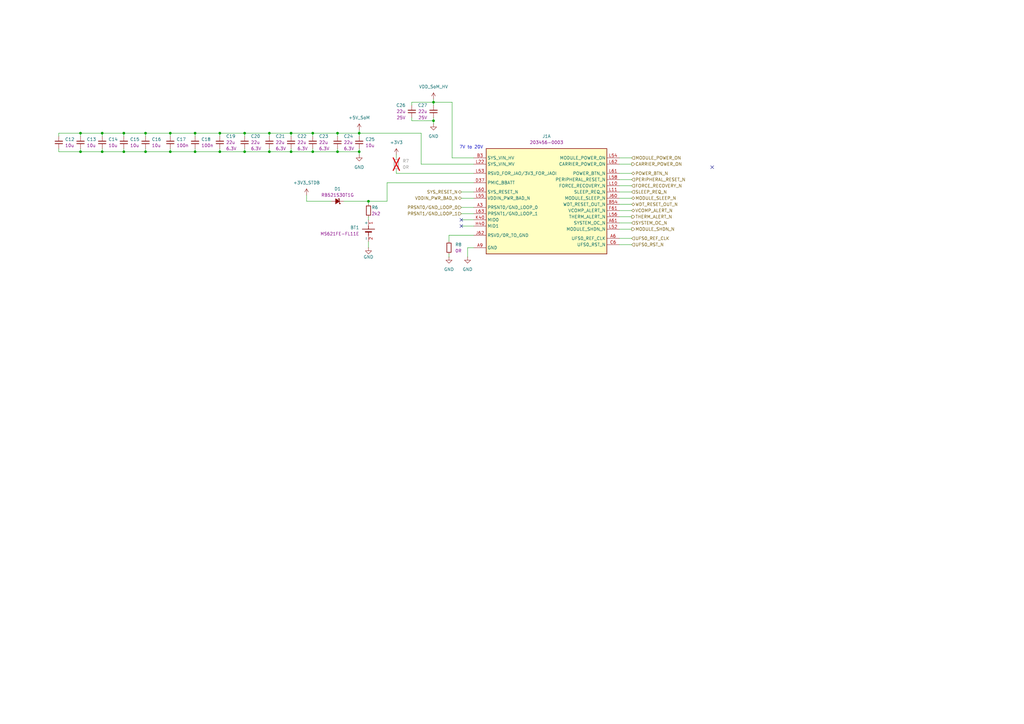
<source format=kicad_sch>
(kicad_sch (version 20250114) (generator "eeschema") (generator_version "9.0")
  (paper "A3")
  (title_block (title "Jetson AGX Thor Baseboard") (date "2025-08-11") (rev "1.0.0") (company "Antmicro Ltd") (comment 1 "www.antmicro.com"))
  (lib_symbols
    (symbol "GND_8" (power) (pin_numbers (hide yes)) (pin_names (hide yes))
      (property "Value" "GND_8" (at 8.89 -5.08 0))
      (symbol "GND_8_1_1"
        (pin power_in line (at 0 0 270) (length 0) (name "GND") (number "1"))
      )
    )
    (symbol "antmicroB2BConnectors:Hermaphroditic_Molex_203456-0003_CUSTOM_Jetson_Orin_AGX_H8mm"
      (property "Reference" "J" (at 25.4 5.334 0))
      (property "MPN" "203456-0003" (at 76.454 -3.81 0))
      (symbol "Hermaphroditic_Molex_203456-0003_CUSTOM_Jetson_Orin_AGX_H8mm_1_1"
        (pin power_in line (at 0 0 0) (length 5.08) (name "SYS_VIN_HV") (number "B3"))
        (pin power_in line (at 0 0 0) (length 5.08) (hide yes) (name "SYS_VIN_HV") (number "B63"))
        (pin power_in line (at 0 0 0) (length 5.08) (hide yes) (name "SYS_VIN_HV") (number "C1"))
        (pin power_in line (at 0 0 0) (length 5.08) (hide yes) (name "SYS_VIN_HV") (number "C2"))
        (pin power_in line (at 0 0 0) (length 5.08) (hide yes) (name "SYS_VIN_HV") (number "C63"))
        (pin power_in line (at 0 0 0) (length 5.08) (hide yes) (name "SYS_VIN_HV") (number "C64"))
        (pin power_in line (at 0 0 0) (length 5.08) (hide yes) (name "SYS_VIN_HV") (number "C65"))
        (pin power_in line (at 0 0 0) (length 5.08) (hide yes) (name "SYS_VIN_HV") (number "D1"))
        (pin power_in line (at 0 0 0) (length 5.08) (hide yes) (name "SYS_VIN_HV") (number "D2"))
        (pin power_in line (at 0 0 0) (length 5.08) (hide yes) (name "SYS_VIN_HV") (number "D3"))
        (pin power_in line (at 0 0 0) (length 5.08) (hide yes) (name "SYS_VIN_HV") (number "D64"))
        (pin power_in line (at 0 0 0) (length 5.08) (hide yes) (name "SYS_VIN_HV") (number "D65"))
        (pin power_in line (at 0 0 0) (length 5.08) (hide yes) (name "SYS_VIN_HV") (number "E1"))
        (pin power_in line (at 0 0 0) (length 5.08) (hide yes) (name "SYS_VIN_HV") (number "E2"))
        (pin power_in line (at 0 0 0) (length 5.08) (hide yes) (name "SYS_VIN_HV") (number "E63"))
        (pin power_in line (at 0 0 0) (length 5.08) (hide yes) (name "SYS_VIN_HV") (number "E64"))
        (pin power_in line (at 0 0 0) (length 5.08) (hide yes) (name "SYS_VIN_HV") (number "E65"))
        (pin power_in line (at 0 0 0) (length 5.08) (hide yes) (name "SYS_VIN_HV") (number "F1"))
        (pin power_in line (at 0 0 0) (length 5.08) (hide yes) (name "SYS_VIN_HV") (number "F2"))
        (pin power_in line (at 0 0 0) (length 5.08) (hide yes) (name "SYS_VIN_HV") (number "F3"))
        (pin power_in line (at 0 0 0) (length 5.08) (hide yes) (name "SYS_VIN_HV") (number "F63"))
        (pin power_in line (at 0 0 0) (length 5.08) (hide yes) (name "SYS_VIN_HV") (number "F64"))
        (pin power_in line (at 0 0 0) (length 5.08) (hide yes) (name "SYS_VIN_HV") (number "F65"))
        (pin power_in line (at 0 0 0) (length 5.08) (hide yes) (name "SYS_VIN_HV") (number "G1"))
        (pin power_in line (at 0 0 0) (length 5.08) (hide yes) (name "SYS_VIN_HV") (number "G2"))
        (pin power_in line (at 0 0 0) (length 5.08) (hide yes) (name "SYS_VIN_HV") (number "G63"))
        (pin power_in line (at 0 0 0) (length 5.08) (hide yes) (name "SYS_VIN_HV") (number "G64"))
        (pin power_in line (at 0 0 0) (length 5.08) (hide yes) (name "SYS_VIN_HV") (number "G65"))
        (pin power_in line (at 0 0 0) (length 5.08) (hide yes) (name "SYS_VIN_HV") (number "H1"))
        (pin power_in line (at 0 0 0) (length 5.08) (hide yes) (name "SYS_VIN_HV") (number "H2"))
        (pin power_in line (at 0 0 0) (length 5.08) (hide yes) (name "SYS_VIN_HV") (number "H3"))
        (pin power_in line (at 0 0 0) (length 5.08) (hide yes) (name "SYS_VIN_HV") (number "H64"))
        (pin power_in line (at 0 0 0) (length 5.08) (hide yes) (name "SYS_VIN_HV") (number "H65"))
        (pin power_in line (at 0 0 0) (length 5.08) (hide yes) (name "SYS_VIN_HV") (number "J1"))
        (pin power_in line (at 0 0 0) (length 5.08) (hide yes) (name "SYS_VIN_HV") (number "J2"))
        (pin power_in line (at 0 0 0) (length 5.08) (hide yes) (name "SYS_VIN_HV") (number "J63"))
        (pin power_in line (at 0 0 0) (length 5.08) (hide yes) (name "SYS_VIN_HV") (number "J64"))
        (pin power_in line (at 0 0 0) (length 5.08) (hide yes) (name "SYS_VIN_HV") (number "J65"))
        (pin power_in line (at 0 0 0) (length 5.08) (hide yes) (name "SYS_VIN_HV") (number "K3"))
        (pin power_in line (at 0 -2.54 0) (length 5.08) (name "SYS_VIN_MV") (number "L22"))
        (pin power_in line (at 0 -2.54 0) (length 5.08) (hide yes) (name "SYS_VIN_MV") (number "L23"))
        (pin power_in line (at 0 -2.54 0) (length 5.08) (hide yes) (name "SYS_VIN_MV") (number "L26"))
        (pin power_in line (at 0 -2.54 0) (length 5.08) (hide yes) (name "SYS_VIN_MV") (number "L27"))
        (pin power_in line (at 0 -2.54 0) (length 5.08) (hide yes) (name "SYS_VIN_MV") (number "L30"))
        (pin power_in line (at 0 -2.54 0) (length 5.08) (hide yes) (name "SYS_VIN_MV") (number "L31"))
        (pin power_in line (at 0 -2.54 0) (length 5.08) (hide yes) (name "SYS_VIN_MV") (number "L34"))
        (pin power_in line (at 0 -2.54 0) (length 5.08) (hide yes) (name "SYS_VIN_MV") (number "L35"))
        (pin power_in line (at 0 -2.54 0) (length 5.08) (hide yes) (name "SYS_VIN_MV") (number "L38"))
        (pin power_in line (at 0 -2.54 0) (length 5.08) (hide yes) (name "SYS_VIN_MV") (number "L39"))
        (pin passive line (at 0 -6.35 0) (length 5.08) (name "RSVD_FOR_JAO/3V3_FOR_JAOI") (number "L53"))
        (pin power_in line (at 0 -10.16 0) (length 5.08) (name "PMIC_BBATT") (number "D37"))
        (pin bidirectional line (at 0 -13.97 0) (length 5.08) (name "SYS_RESET_N") (number "L60"))
        (pin bidirectional line (at 0 -16.51 0) (length 5.08) (name "VDDIN_PWR_BAD_N") (number "L55"))
        (pin passive line (at 0 -20.32 0) (length 5.08) (name "PRSNT0/GND_LOOP_0") (number "A3"))
        (pin passive line (at 0 -22.86 0) (length 5.08) (name "PRSNT1/GND_LOOP_1") (number "L63"))
        (pin passive line (at 0 -25.4 0) (length 5.08) (name "MID0") (number "K40"))
        (pin passive line (at 0 -27.94 0) (length 5.08) (name "MID1") (number "H40"))
        (pin passive line (at 0 -31.75 0) (length 5.08) (name "RSVD/0R_TO_GND") (number "J62"))
        (pin power_in line (at 0 -36.83 0) (length 5.08) (hide yes) (name "GND") (number "A12"))
        (pin power_in line (at 0 -36.83 0) (length 5.08) (hide yes) (name "GND") (number "A13"))
        (pin power_in line (at 0 -36.83 0) (length 5.08) (hide yes) (name "GND") (number "A16"))
        (pin power_in line (at 0 -36.83 0) (length 5.08) (hide yes) (name "GND") (number "A17"))
        (pin power_in line (at 0 -36.83 0) (length 5.08) (hide yes) (name "GND") (number "A20"))
        (pin power_in line (at 0 -36.83 0) (length 5.08) (hide yes) (name "GND") (number "A21"))
        (pin power_in line (at 0 -36.83 0) (length 5.08) (hide yes) (name "GND") (number "A24"))
        (pin power_in line (at 0 -36.83 0) (length 5.08) (hide yes) (name "GND") (number "A25"))
        (pin power_in line (at 0 -36.83 0) (length 5.08) (hide yes) (name "GND") (number "A28"))
        (pin power_in line (at 0 -36.83 0) (length 5.08) (hide yes) (name "GND") (number "A29"))
        (pin power_in line (at 0 -36.83 0) (length 5.08) (hide yes) (name "GND") (number "A32"))
        (pin power_in line (at 0 -36.83 0) (length 5.08) (hide yes) (name "GND") (number "A33"))
        (pin power_in line (at 0 -36.83 0) (length 5.08) (hide yes) (name "GND") (number "A36"))
        (pin power_in line (at 0 -36.83 0) (length 5.08) (hide yes) (name "GND") (number "A37"))
        (pin power_in line (at 0 -36.83 0) (length 5.08) (hide yes) (name "GND") (number "A40"))
        (pin power_in line (at 0 -36.83 0) (length 5.08) (hide yes) (name "GND") (number "A43"))
        (pin power_in line (at 0 -36.83 0) (length 5.08) (hide yes) (name "GND") (number "A46"))
        (pin power_in line (at 0 -36.83 0) (length 5.08) (hide yes) (name "GND") (number "A49"))
        (pin power_in line (at 0 -36.83 0) (length 5.08) (hide yes) (name "GND") (number "A52"))
        (pin power_in line (at 0 -36.83 0) (length 5.08) (hide yes) (name "GND") (number "A63"))
        (pin power_in line (at 0 -36.83 0) (length 5.08) (name "GND") (number "A9"))
        (pin power_in line (at 0 -36.83 0) (length 5.08) (hide yes) (name "GND") (number "B11"))
        (pin power_in line (at 0 -36.83 0) (length 5.08) (hide yes) (name "GND") (number "B14"))
        (pin power_in line (at 0 -36.83 0) (length 5.08) (hide yes) (name "GND") (number "B15"))
        (pin power_in line (at 0 -36.83 0) (length 5.08) (hide yes) (name "GND") (number "B18"))
        (pin power_in line (at 0 -36.83 0) (length 5.08) (hide yes) (name "GND") (number "B19"))
        (pin power_in line (at 0 -36.83 0) (length 5.08) (hide yes) (name "GND") (number "B22"))
        (pin power_in line (at 0 -36.83 0) (length 5.08) (hide yes) (name "GND") (number "B23"))
        (pin power_in line (at 0 -36.83 0) (length 5.08) (hide yes) (name "GND") (number "B26"))
        (pin power_in line (at 0 -36.83 0) (length 5.08) (hide yes) (name "GND") (number "B27"))
        (pin power_in line (at 0 -36.83 0) (length 5.08) (hide yes) (name "GND") (number "B30"))
        (pin power_in line (at 0 -36.83 0) (length 5.08) (hide yes) (name "GND") (number "B31"))
        (pin power_in line (at 0 -36.83 0) (length 5.08) (hide yes) (name "GND") (number "B34"))
        (pin power_in line (at 0 -36.83 0) (length 5.08) (hide yes) (name "GND") (number "B35"))
        (pin power_in line (at 0 -36.83 0) (length 5.08) (hide yes) (name "GND") (number "B38"))
        (pin power_in line (at 0 -36.83 0) (length 5.08) (hide yes) (name "GND") (number "B39"))
        (pin power_in line (at 0 -36.83 0) (length 5.08) (hide yes) (name "GND") (number "B4"))
        (pin power_in line (at 0 -36.83 0) (length 5.08) (hide yes) (name "GND") (number "B41"))
        (pin power_in line (at 0 -36.83 0) (length 5.08) (hide yes) (name "GND") (number "B44"))
        (pin power_in line (at 0 -36.83 0) (length 5.08) (hide yes) (name "GND") (number "B47"))
        (pin power_in line (at 0 -36.83 0) (length 5.08) (hide yes) (name "GND") (number "B50"))
        (pin power_in line (at 0 -36.83 0) (length 5.08) (hide yes) (name "GND") (number "B53"))
        (pin power_in line (at 0 -36.83 0) (length 5.08) (hide yes) (name "GND") (number "B57"))
        (pin power_in line (at 0 -36.83 0) (length 5.08) (hide yes) (name "GND") (number "B7"))
        (pin power_in line (at 0 -36.83 0) (length 5.08) (hide yes) (name "GND") (number "C12"))
        (pin power_in line (at 0 -36.83 0) (length 5.08) (hide yes) (name "GND") (number "C13"))
        (pin power_in line (at 0 -36.83 0) (length 5.08) (hide yes) (name "GND") (number "C16"))
        (pin power_in line (at 0 -36.83 0) (length 5.08) (hide yes) (name "GND") (number "C17"))
        (pin power_in line (at 0 -36.83 0) (length 5.08) (hide yes) (name "GND") (number "C20"))
        (pin power_in line (at 0 -36.83 0) (length 5.08) (hide yes) (name "GND") (number "C21"))
        (pin power_in line (at 0 -36.83 0) (length 5.08) (hide yes) (name "GND") (number "C24"))
        (pin power_in line (at 0 -36.83 0) (length 5.08) (hide yes) (name "GND") (number "C25"))
        (pin power_in line (at 0 -36.83 0) (length 5.08) (hide yes) (name "GND") (number "C28"))
        (pin power_in line (at 0 -36.83 0) (length 5.08) (hide yes) (name "GND") (number "C29"))
        (pin power_in line (at 0 -36.83 0) (length 5.08) (hide yes) (name "GND") (number "C3"))
        (pin power_in line (at 0 -36.83 0) (length 5.08) (hide yes) (name "GND") (number "C32"))
        (pin power_in line (at 0 -36.83 0) (length 5.08) (hide yes) (name "GND") (number "C33"))
        (pin power_in line (at 0 -36.83 0) (length 5.08) (hide yes) (name "GND") (number "C36"))
        (pin power_in line (at 0 -36.83 0) (length 5.08) (hide yes) (name "GND") (number "C37"))
        (pin power_in line (at 0 -36.83 0) (length 5.08) (hide yes) (name "GND") (number "C40"))
        (pin power_in line (at 0 -36.83 0) (length 5.08) (hide yes) (name "GND") (number "C43"))
        (pin power_in line (at 0 -36.83 0) (length 5.08) (hide yes) (name "GND") (number "C46"))
        (pin power_in line (at 0 -36.83 0) (length 5.08) (hide yes) (name "GND") (number "C49"))
        (pin power_in line (at 0 -36.83 0) (length 5.08) (hide yes) (name "GND") (number "C52"))
        (pin power_in line (at 0 -36.83 0) (length 5.08) (hide yes) (name "GND") (number "C62"))
        (pin power_in line (at 0 -36.83 0) (length 5.08) (hide yes) (name "GND") (number "C9"))
        (pin power_in line (at 0 -36.83 0) (length 5.08) (hide yes) (name "GND") (number "D11"))
        (pin power_in line (at 0 -36.83 0) (length 5.08) (hide yes) (name "GND") (number "D14"))
        (pin power_in line (at 0 -36.83 0) (length 5.08) (hide yes) (name "GND") (number "D15"))
        (pin power_in line (at 0 -36.83 0) (length 5.08) (hide yes) (name "GND") (number "D18"))
        (pin power_in line (at 0 -36.83 0) (length 5.08) (hide yes) (name "GND") (number "D19"))
        (pin power_in line (at 0 -36.83 0) (length 5.08) (hide yes) (name "GND") (number "D22"))
        (pin power_in line (at 0 -36.83 0) (length 5.08) (hide yes) (name "GND") (number "D23"))
        (pin power_in line (at 0 -36.83 0) (length 5.08) (hide yes) (name "GND") (number "D26"))
        (pin power_in line (at 0 -36.83 0) (length 5.08) (hide yes) (name "GND") (number "D27"))
        (pin power_in line (at 0 -36.83 0) (length 5.08) (hide yes) (name "GND") (number "D30"))
        (pin power_in line (at 0 -36.83 0) (length 5.08) (hide yes) (name "GND") (number "D31"))
        (pin power_in line (at 0 -36.83 0) (length 5.08) (hide yes) (name "GND") (number "D34"))
        (pin power_in line (at 0 -36.83 0) (length 5.08) (hide yes) (name "GND") (number "D35"))
        (pin power_in line (at 0 -36.83 0) (length 5.08) (hide yes) (name "GND") (number "D38"))
        (pin power_in line (at 0 -36.83 0) (length 5.08) (hide yes) (name "GND") (number "D39"))
        (pin power_in line (at 0 -36.83 0) (length 5.08) (hide yes) (name "GND") (number "D4"))
        (pin power_in line (at 0 -36.83 0) (length 5.08) (hide yes) (name "GND") (number "D41"))
        (pin power_in line (at 0 -36.83 0) (length 5.08) (hide yes) (name "GND") (number "D44"))
        (pin power_in line (at 0 -36.83 0) (length 5.08) (hide yes) (name "GND") (number "D47"))
        (pin power_in line (at 0 -36.83 0) (length 5.08) (hide yes) (name "GND") (number "D50"))
        (pin power_in line (at 0 -36.83 0) (length 5.08) (hide yes) (name "GND") (number "D53"))
        (pin power_in line (at 0 -36.83 0) (length 5.08) (hide yes) (name "GND") (number "D57"))
        (pin power_in line (at 0 -36.83 0) (length 5.08) (hide yes) (name "GND") (number "D63"))
        (pin power_in line (at 0 -36.83 0) (length 5.08) (hide yes) (name "GND") (number "D7"))
        (pin power_in line (at 0 -36.83 0) (length 5.08) (hide yes) (name "GND") (number "E12"))
        (pin power_in line (at 0 -36.83 0) (length 5.08) (hide yes) (name "GND") (number "E13"))
        (pin power_in line (at 0 -36.83 0) (length 5.08) (hide yes) (name "GND") (number "E16"))
        (pin power_in line (at 0 -36.83 0) (length 5.08) (hide yes) (name "GND") (number "E17"))
        (pin power_in line (at 0 -36.83 0) (length 5.08) (hide yes) (name "GND") (number "E20"))
        (pin power_in line (at 0 -36.83 0) (length 5.08) (hide yes) (name "GND") (number "E21"))
        (pin power_in line (at 0 -36.83 0) (length 5.08) (hide yes) (name "GND") (number "E24"))
        (pin power_in line (at 0 -36.83 0) (length 5.08) (hide yes) (name "GND") (number "E25"))
        (pin power_in line (at 0 -36.83 0) (length 5.08) (hide yes) (name "GND") (number "E28"))
        (pin power_in line (at 0 -36.83 0) (length 5.08) (hide yes) (name "GND") (number "E29"))
        (pin power_in line (at 0 -36.83 0) (length 5.08) (hide yes) (name "GND") (number "E3"))
        (pin power_in line (at 0 -36.83 0) (length 5.08) (hide yes) (name "GND") (number "E32"))
        (pin power_in line (at 0 -36.83 0) (length 5.08) (hide yes) (name "GND") (number "E33"))
        (pin power_in line (at 0 -36.83 0) (length 5.08) (hide yes) (name "GND") (number "E36"))
        (pin power_in line (at 0 -36.83 0) (length 5.08) (hide yes) (name "GND") (number "E37"))
        (pin power_in line (at 0 -36.83 0) (length 5.08) (hide yes) (name "GND") (number "E40"))
        (pin power_in line (at 0 -36.83 0) (length 5.08) (hide yes) (name "GND") (number "E43"))
        (pin power_in line (at 0 -36.83 0) (length 5.08) (hide yes) (name "GND") (number "E46"))
        (pin power_in line (at 0 -36.83 0) (length 5.08) (hide yes) (name "GND") (number "E49"))
        (pin power_in line (at 0 -36.83 0) (length 5.08) (hide yes) (name "GND") (number "E52"))
        (pin power_in line (at 0 -36.83 0) (length 5.08) (hide yes) (name "GND") (number "E57"))
        (pin power_in line (at 0 -36.83 0) (length 5.08) (hide yes) (name "GND") (number "E62"))
        (pin power_in line (at 0 -36.83 0) (length 5.08) (hide yes) (name "GND") (number "E9"))
        (pin power_in line (at 0 -36.83 0) (length 5.08) (hide yes) (name "GND") (number "F11"))
        (pin power_in line (at 0 -36.83 0) (length 5.08) (hide yes) (name "GND") (number "F14"))
        (pin power_in line (at 0 -36.83 0) (length 5.08) (hide yes) (name "GND") (number "F15"))
        (pin power_in line (at 0 -36.83 0) (length 5.08) (hide yes) (name "GND") (number "F18"))
        (pin power_in line (at 0 -36.83 0) (length 5.08) (hide yes) (name "GND") (number "F19"))
        (pin power_in line (at 0 -36.83 0) (length 5.08) (hide yes) (name "GND") (number "F22"))
        (pin power_in line (at 0 -36.83 0) (length 5.08) (hide yes) (name "GND") (number "F23"))
        (pin power_in line (at 0 -36.83 0) (length 5.08) (hide yes) (name "GND") (number "F26"))
        (pin power_in line (at 0 -36.83 0) (length 5.08) (hide yes) (name "GND") (number "F27"))
        (pin power_in line (at 0 -36.83 0) (length 5.08) (hide yes) (name "GND") (number "F30"))
        (pin power_in line (at 0 -36.83 0) (length 5.08) (hide yes) (name "GND") (number "F31"))
        (pin power_in line (at 0 -36.83 0) (length 5.08) (hide yes) (name "GND") (number "F34"))
        (pin power_in line (at 0 -36.83 0) (length 5.08) (hide yes) (name "GND") (number "F35"))
        (pin power_in line (at 0 -36.83 0) (length 5.08) (hide yes) (name "GND") (number "F38"))
        (pin power_in line (at 0 -36.83 0) (length 5.08) (hide yes) (name "GND") (number "F39"))
        (pin power_in line (at 0 -36.83 0) (length 5.08) (hide yes) (name "GND") (number "F4"))
        (pin power_in line (at 0 -36.83 0) (length 5.08) (hide yes) (name "GND") (number "F41"))
        (pin power_in line (at 0 -36.83 0) (length 5.08) (hide yes) (name "GND") (number "F44"))
        (pin power_in line (at 0 -36.83 0) (length 5.08) (hide yes) (name "GND") (number "F47"))
        (pin power_in line (at 0 -36.83 0) (length 5.08) (hide yes) (name "GND") (number "F50"))
        (pin power_in line (at 0 -36.83 0) (length 5.08) (hide yes) (name "GND") (number "F57"))
        (pin power_in line (at 0 -36.83 0) (length 5.08) (hide yes) (name "GND") (number "F62"))
        (pin power_in line (at 0 -36.83 0) (length 5.08) (hide yes) (name "GND") (number "F7"))
        (pin power_in line (at 0 -36.83 0) (length 5.08) (hide yes) (name "GND") (number "G12"))
        (pin power_in line (at 0 -36.83 0) (length 5.08) (hide yes) (name "GND") (number "G13"))
        (pin power_in line (at 0 -36.83 0) (length 5.08) (hide yes) (name "GND") (number "G16"))
        (pin power_in line (at 0 -36.83 0) (length 5.08) (hide yes) (name "GND") (number "G17"))
        (pin power_in line (at 0 -36.83 0) (length 5.08) (hide yes) (name "GND") (number "G20"))
        (pin power_in line (at 0 -36.83 0) (length 5.08) (hide yes) (name "GND") (number "G21"))
        (pin power_in line (at 0 -36.83 0) (length 5.08) (hide yes) (name "GND") (number "G24"))
        (pin power_in line (at 0 -36.83 0) (length 5.08) (hide yes) (name "GND") (number "G25"))
        (pin power_in line (at 0 -36.83 0) (length 5.08) (hide yes) (name "GND") (number "G28"))
        (pin power_in line (at 0 -36.83 0) (length 5.08) (hide yes) (name "GND") (number "G29"))
        (pin power_in line (at 0 -36.83 0) (length 5.08) (hide yes) (name "GND") (number "G3"))
        (pin power_in line (at 0 -36.83 0) (length 5.08) (hide yes) (name "GND") (number "G32"))
        (pin power_in line (at 0 -36.83 0) (length 5.08) (hide yes) (name "GND") (number "G33"))
        (pin power_in line (at 0 -36.83 0) (length 5.08) (hide yes) (name "GND") (number "G36"))
        (pin power_in line (at 0 -36.83 0) (length 5.08) (hide yes) (name "GND") (number "G37"))
        (pin power_in line (at 0 -36.83 0) (length 5.08) (hide yes) (name "GND") (number "G40"))
        (pin power_in line (at 0 -36.83 0) (length 5.08) (hide yes) (name "GND") (number "G43"))
        (pin power_in line (at 0 -36.83 0) (length 5.08) (hide yes) (name "GND") (number "G46"))
        (pin power_in line (at 0 -36.83 0) (length 5.08) (hide yes) (name "GND") (number "G49"))
        (pin power_in line (at 0 -36.83 0) (length 5.08) (hide yes) (name "GND") (number "G52"))
        (pin power_in line (at 0 -36.83 0) (length 5.08) (hide yes) (name "GND") (number "G57"))
        (pin power_in line (at 0 -36.83 0) (length 5.08) (hide yes) (name "GND") (number "G62"))
        (pin power_in line (at 0 -36.83 0) (length 5.08) (hide yes) (name "GND") (number "G9"))
        (pin power_in line (at 0 -36.83 0) (length 5.08) (hide yes) (name "GND") (number "H11"))
        (pin power_in line (at 0 -36.83 0) (length 5.08) (hide yes) (name "GND") (number "H14"))
        (pin power_in line (at 0 -36.83 0) (length 5.08) (hide yes) (name "GND") (number "H15"))
        (pin power_in line (at 0 -36.83 0) (length 5.08) (hide yes) (name "GND") (number "H18"))
        (pin power_in line (at 0 -36.83 0) (length 5.08) (hide yes) (name "GND") (number "H19"))
        (pin power_in line (at 0 -36.83 0) (length 5.08) (hide yes) (name "GND") (number "H22"))
        (pin power_in line (at 0 -36.83 0) (length 5.08) (hide yes) (name "GND") (number "H23"))
        (pin power_in line (at 0 -36.83 0) (length 5.08) (hide yes) (name "GND") (number "H26"))
        (pin power_in line (at 0 -36.83 0) (length 5.08) (hide yes) (name "GND") (number "H27"))
        (pin power_in line (at 0 -36.83 0) (length 5.08) (hide yes) (name "GND") (number "H30"))
        (pin power_in line (at 0 -36.83 0) (length 5.08) (hide yes) (name "GND") (number "H31"))
        (pin power_in line (at 0 -36.83 0) (length 5.08) (hide yes) (name "GND") (number "H34"))
        (pin power_in line (at 0 -36.83 0) (length 5.08) (hide yes) (name "GND") (number "H35"))
        (pin power_in line (at 0 -36.83 0) (length 5.08) (hide yes) (name "GND") (number "H38"))
        (pin power_in line (at 0 -36.83 0) (length 5.08) (hide yes) (name "GND") (number "H39"))
        (pin power_in line (at 0 -36.83 0) (length 5.08) (hide yes) (name "GND") (number "H4"))
        (pin power_in line (at 0 -36.83 0) (length 5.08) (hide yes) (name "GND") (number "H41"))
        (pin power_in line (at 0 -36.83 0) (length 5.08) (hide yes) (name "GND") (number "H44"))
        (pin power_in line (at 0 -36.83 0) (length 5.08) (hide yes) (name "GND") (number "H47"))
        (pin power_in line (at 0 -36.83 0) (length 5.08) (hide yes) (name "GND") (number "H50"))
        (pin power_in line (at 0 -36.83 0) (length 5.08) (hide yes) (name "GND") (number "H56"))
        (pin power_in line (at 0 -36.83 0) (length 5.08) (hide yes) (name "GND") (number "H63"))
        (pin power_in line (at 0 -36.83 0) (length 5.08) (hide yes) (name "GND") (number "H7"))
        (pin power_in line (at 0 -36.83 0) (length 5.08) (hide yes) (name "GND") (number "J12"))
        (pin power_in line (at 0 -36.83 0) (length 5.08) (hide yes) (name "GND") (number "J13"))
        (pin power_in line (at 0 -36.83 0) (length 5.08) (hide yes) (name "GND") (number "J16"))
        (pin power_in line (at 0 -36.83 0) (length 5.08) (hide yes) (name "GND") (number "J17"))
        (pin power_in line (at 0 -36.83 0) (length 5.08) (hide yes) (name "GND") (number "J20"))
        (pin power_in line (at 0 -36.83 0) (length 5.08) (hide yes) (name "GND") (number "J21"))
        (pin power_in line (at 0 -36.83 0) (length 5.08) (hide yes) (name "GND") (number "J24"))
        (pin power_in line (at 0 -36.83 0) (length 5.08) (hide yes) (name "GND") (number "J25"))
        (pin power_in line (at 0 -36.83 0) (length 5.08) (hide yes) (name "GND") (number "J28"))
        (pin power_in line (at 0 -36.83 0) (length 5.08) (hide yes) (name "GND") (number "J29"))
        (pin power_in line (at 0 -36.83 0) (length 5.08) (hide yes) (name "GND") (number "J3"))
        (pin power_in line (at 0 -36.83 0) (length 5.08) (hide yes) (name "GND") (number "J32"))
        (pin power_in line (at 0 -36.83 0) (length 5.08) (hide yes) (name "GND") (number "J33"))
        (pin power_in line (at 0 -36.83 0) (length 5.08) (hide yes) (name "GND") (number "J36"))
        (pin power_in line (at 0 -36.83 0) (length 5.08) (hide yes) (name "GND") (number "J37"))
        (pin power_in line (at 0 -36.83 0) (length 5.08) (hide yes) (name "GND") (number "J40"))
        (pin power_in line (at 0 -36.83 0) (length 5.08) (hide yes) (name "GND") (number "J43"))
        (pin power_in line (at 0 -36.83 0) (length 5.08) (hide yes) (name "GND") (number "J46"))
        (pin power_in line (at 0 -36.83 0) (length 5.08) (hide yes) (name "GND") (number "J49"))
        (pin power_in line (at 0 -36.83 0) (length 5.08) (hide yes) (name "GND") (number "J56"))
        (pin power_in line (at 0 -36.83 0) (length 5.08) (hide yes) (name "GND") (number "J8"))
        (pin power_in line (at 0 -36.83 0) (length 5.08) (hide yes) (name "GND") (number "K11"))
        (pin power_in line (at 0 -36.83 0) (length 5.08) (hide yes) (name "GND") (number "K14"))
        (pin power_in line (at 0 -36.83 0) (length 5.08) (hide yes) (name "GND") (number "K15"))
        (pin power_in line (at 0 -36.83 0) (length 5.08) (hide yes) (name "GND") (number "K18"))
        (pin power_in line (at 0 -36.83 0) (length 5.08) (hide yes) (name "GND") (number "K19"))
        (pin power_in line (at 0 -36.83 0) (length 5.08) (hide yes) (name "GND") (number "K22"))
        (pin power_in line (at 0 -36.83 0) (length 5.08) (hide yes) (name "GND") (number "K23"))
        (pin power_in line (at 0 -36.83 0) (length 5.08) (hide yes) (name "GND") (number "K26"))
        (pin power_in line (at 0 -36.83 0) (length 5.08) (hide yes) (name "GND") (number "K27"))
        (pin power_in line (at 0 -36.83 0) (length 5.08) (hide yes) (name "GND") (number "K30"))
        (pin power_in line (at 0 -36.83 0) (length 5.08) (hide yes) (name "GND") (number "K31"))
        (pin power_in line (at 0 -36.83 0) (length 5.08) (hide yes) (name "GND") (number "K34"))
        (pin power_in line (at 0 -36.83 0) (length 5.08) (hide yes) (name "GND") (number "K35"))
        (pin power_in line (at 0 -36.83 0) (length 5.08) (hide yes) (name "GND") (number "K38"))
        (pin power_in line (at 0 -36.83 0) (length 5.08) (hide yes) (name "GND") (number "K39"))
        (pin power_in line (at 0 -36.83 0) (length 5.08) (hide yes) (name "GND") (number "K4"))
        (pin power_in line (at 0 -36.83 0) (length 5.08) (hide yes) (name "GND") (number "K41"))
        (pin power_in line (at 0 -36.83 0) (length 5.08) (hide yes) (name "GND") (number "K42"))
        (pin power_in line (at 0 -36.83 0) (length 5.08) (hide yes) (name "GND") (number "K45"))
        (pin power_in line (at 0 -36.83 0) (length 5.08) (hide yes) (name "GND") (number "K48"))
        (pin power_in line (at 0 -36.83 0) (length 5.08) (hide yes) (name "GND") (number "K55"))
        (pin power_in line (at 0 -36.83 0) (length 5.08) (hide yes) (name "GND") (number "K63"))
        (pin power_in line (at 0 -36.83 0) (length 5.08) (hide yes) (name "GND") (number "K8"))
        (pin power_in line (at 0 -36.83 0) (length 5.08) (hide yes) (name "GND") (number "L12"))
        (pin power_in line (at 0 -36.83 0) (length 5.08) (hide yes) (name "GND") (number "L13"))
        (pin power_in line (at 0 -36.83 0) (length 5.08) (hide yes) (name "GND") (number "L16"))
        (pin power_in line (at 0 -36.83 0) (length 5.08) (hide yes) (name "GND") (number "L17"))
        (pin power_in line (at 0 -36.83 0) (length 5.08) (hide yes) (name "GND") (number "L20"))
        (pin power_in line (at 0 -36.83 0) (length 5.08) (hide yes) (name "GND") (number "L21"))
        (pin power_in line (at 0 -36.83 0) (length 5.08) (hide yes) (name "GND") (number "L24"))
        (pin power_in line (at 0 -36.83 0) (length 5.08) (hide yes) (name "GND") (number "L25"))
        (pin power_in line (at 0 -36.83 0) (length 5.08) (hide yes) (name "GND") (number "L28"))
        (pin power_in line (at 0 -36.83 0) (length 5.08) (hide yes) (name "GND") (number "L29"))
        (pin power_in line (at 0 -36.83 0) (length 5.08) (hide yes) (name "GND") (number "L3"))
        (pin power_in line (at 0 -36.83 0) (length 5.08) (hide yes) (name "GND") (number "L32"))
        (pin power_in line (at 0 -36.83 0) (length 5.08) (hide yes) (name "GND") (number "L33"))
        (pin power_in line (at 0 -36.83 0) (length 5.08) (hide yes) (name "GND") (number "L36"))
        (pin power_in line (at 0 -36.83 0) (length 5.08) (hide yes) (name "GND") (number "L37"))
        (pin power_in line (at 0 -36.83 0) (length 5.08) (hide yes) (name "GND") (number "L40"))
        (pin power_in line (at 0 -36.83 0) (length 5.08) (hide yes) (name "GND") (number "L43"))
        (pin power_in line (at 0 -36.83 0) (length 5.08) (hide yes) (name "GND") (number "L46"))
        (pin power_in line (at 0 -36.83 0) (length 5.08) (hide yes) (name "GND") (number "L7"))
        (pin no_connect line (at 17.78 3.81 270) (length 5.08) (hide yes) (name "RSVD19") (number "H36"))
        (pin no_connect line (at 17.78 -39.37 90) (length 5.08) (hide yes) (name "RSVD1") (number "B10"))
        (pin no_connect line (at 19.05 3.81 270) (length 5.08) (hide yes) (name "RSVD20") (number "H37"))
        (pin no_connect line (at 19.05 -39.37 90) (length 5.08) (hide yes) (name "RSVD2") (number "B40"))
        (pin no_connect line (at 20.32 3.81 270) (length 5.08) (hide yes) (name "RSVD21") (number "H48"))
        (pin no_connect line (at 20.32 -39.37 90) (length 5.08) (hide yes) (name "RSVD3") (number "B48"))
        (pin no_connect line (at 21.59 3.81 270) (length 5.08) (hide yes) (name "RSVD22") (number "H49"))
        (pin no_connect line (at 21.59 -39.37 90) (length 5.08) (hide yes) (name "RSVD4") (number "B49"))
        (pin no_connect line (at 22.86 3.81 270) (length 5.08) (hide yes) (name "RSVD23") (number "J38"))
        (pin no_connect line (at 22.86 -39.37 90) (length 5.08) (hide yes) (name "RSVD5") (number "D36"))
        (pin no_connect line (at 24.13 3.81 270) (length 5.08) (hide yes) (name "RSVD24") (number "J39"))
        (pin no_connect line (at 24.13 -39.37 90) (length 5.08) (hide yes) (name "RSVD6") (number "D40"))
        (pin no_connect line (at 25.4 3.81 270) (length 5.08) (hide yes) (name "RSVD25") (number "J47"))
        (pin no_connect line (at 25.4 -39.37 90) (length 5.08) (hide yes) (name "RSVD7") (number "E34"))
        (pin no_connect line (at 26.67 3.81 270) (length 5.08) (hide yes) (name "RSVD26") (number "J48"))
        (pin no_connect line (at 26.67 -39.37 90) (length 5.08) (hide yes) (name "RSVD8") (number "E35"))
        (pin no_connect line (at 27.94 3.81 270) (length 5.08) (hide yes) (name "RSVD27") (number "K36"))
        (pin no_connect line (at 27.94 -39.37 90) (length 5.08) (hide yes) (name "RSVD9") (number "E50"))
        (pin no_connect line (at 29.21 3.81 270) (length 5.08) (hide yes) (name "RSVD28") (number "K37"))
        (pin no_connect line (at 29.21 -39.37 90) (length 5.08) (hide yes) (name "RSVD10") (number "E51"))
        (pin no_connect line (at 30.48 3.81 270) (length 5.08) (hide yes) (name "RSVD30") (number "K46"))
        (pin no_connect line (at 30.48 -39.37 90) (length 5.08) (hide yes) (name "RSVD11") (number "F36"))
        (pin no_connect line (at 31.75 3.81 270) (length 5.08) (hide yes) (name "RSVD31") (number "K47"))
        (pin no_connect line (at 31.75 -39.37 90) (length 5.08) (hide yes) (name "RSVD12") (number "F37"))
        (pin no_connect line (at 33.02 3.81 270) (length 5.08) (hide yes) (name "RSVD32") (number "L41"))
        (pin no_connect line (at 33.02 -39.37 90) (length 5.08) (hide yes) (name "RSVD13") (number "F40"))
        (pin no_connect line (at 34.29 3.81 270) (length 5.08) (hide yes) (name "RSVD33") (number "L42"))
        (pin no_connect line (at 34.29 -39.37 90) (length 5.08) (hide yes) (name "RSVD14") (number "G38"))
        (pin no_connect line (at 35.56 3.81 270) (length 5.08) (hide yes) (name "RSVD34") (number "L44"))
        (pin no_connect line (at 35.56 -39.37 90) (length 5.08) (hide yes) (name "RSVD15") (number "G39"))
        (pin no_connect line (at 36.83 3.81 270) (length 5.08) (hide yes) (name "RSVD35") (number "L45"))
        (pin no_connect line (at 36.83 -39.37 90) (length 5.08) (hide yes) (name "RSVD16") (number "G50"))
        (pin no_connect line (at 38.1 3.81 270) (length 5.08) (hide yes) (name "RSVD36") (number "L47"))
        (pin no_connect line (at 38.1 -39.37 90) (length 5.08) (hide yes) (name "RSVD17") (number "G51"))
        (pin no_connect line (at 39.37 3.81 270) (length 5.08) (hide yes) (name "RSVD37") (number "L59"))
        (pin no_connect line (at 39.37 -39.37 90) (length 5.08) (hide yes) (name "RSVD18") (number "G59"))
        (pin input line (at 59.69 0 180) (length 5.08) (name "MODULE_POWER_ON") (number "L54"))
        (pin output line (at 59.69 -2.54 180) (length 5.08) (name "CARRIER_POWER_ON") (number "L62"))
        (pin bidirectional line (at 59.69 -6.35 180) (length 5.08) (name "POWER_BTN_N") (number "L61"))
        (pin input line (at 59.69 -8.89 180) (length 5.08) (name "PERIPHERAL_RESET_N") (number "L58"))
        (pin input line (at 59.69 -11.43 180) (length 5.08) (name "FORCE_RECOVERY_N") (number "L10"))
        (pin input line (at 59.69 -13.97 180) (length 5.08) (name "SLEEP_REQ_N") (number "L11"))
        (pin bidirectional line (at 59.69 -16.51 180) (length 5.08) (name "MODULE_SLEEP_N") (number "J60"))
        (pin bidirectional line (at 59.69 -19.05 180) (length 5.08) (name "WDT_RESET_OUT_N") (number "B54"))
        (pin bidirectional line (at 59.69 -21.59 180) (length 5.08) (name "VCOMP_ALERT_N") (number "F61"))
        (pin output line (at 59.69 -24.13 180) (length 5.08) (name "THERM_ALERT_N") (number "L56"))
        (pin input line (at 59.69 -26.67 180) (length 5.08) (name "SYSTEM_OC_N") (number "A61"))
        (pin output line (at 59.69 -29.21 180) (length 5.08) (name "MODULE_SHDN_N") (number "L52"))
        (pin passive line (at 59.69 -33.02 180) (length 5.08) (name "UFS0_REF_CLK") (number "A6"))
        (pin passive line (at 59.69 -35.56 180) (length 5.08) (name "UFS0_RST_N") (number "C6"))
      )
      (symbol "Hermaphroditic_Molex_203456-0003_CUSTOM_Jetson_Orin_AGX_H8mm_2_1"
        (text "UHPY0" (at 21.59 2.286 0) (effects (font (size 1.27 1.27))))
        (text "UPHY1" (at 21.844 -43.434 0) (effects (font (size 1.27 1.27))))
        (text "UPHY2" (at 21.844 -89.154 0) (effects (font (size 1.27 1.27))))
        (pin input line (at 0 0 0) (length 5.08) (name "UPHY_RX0_P") (number "A22"))
        (pin input line (at 0 -2.54 0) (length 5.08) (name "UPHY_RX0_N") (number "A23"))
        (pin input line (at 0 -5.08 0) (length 5.08) (name "UPHY_RX1_P") (number "C23"))
        (pin input line (at 0 -7.62 0) (length 5.08) (name "UPHY_RX1_N") (number "C22"))
        (pin input line (at 0 -10.16 0) (length 5.08) (name "UPHY_RX20_P") (number "C34"))
        (pin input line (at 0 -12.7 0) (length 5.08) (name "UPHY_RX20_N") (number "C35"))
        (pin input line (at 0 -15.24 0) (length 5.08) (name "UPHY_RX21_P") (number "B33"))
        (pin input line (at 0 -17.78 0) (length 5.08) (name "UPHY_RX21_N") (number "B32"))
        (pin input line (at 0 -20.32 0) (length 5.08) (name "UPHY_RX22_P") (number "D33"))
        (pin input line (at 0 -22.86 0) (length 5.08) (name "UPHY_RX22_N") (number "D32"))
        (pin input line (at 0 -25.4 0) (length 5.08) (name "UPHY_RX23_P") (number "A34"))
        (pin input line (at 0 -27.94 0) (length 5.08) (name "UPHY_RX23_N") (number "A35"))
        (pin input line (at 0 -30.48 0) (length 5.08) (name "UPHY_RX10_P") (number "B12"))
        (pin input line (at 0 -33.02 0) (length 5.08) (name "UPHY_RX10_N") (number "B13"))
        (pin input line (at 0 -35.56 0) (length 5.08) (name "UPHY_RX11_P") (number "D12"))
        (pin input line (at 0 -38.1 0) (length 5.08) (name "UPHY_RX11_N") (number "D13"))
        (pin input line (at 0 -45.72 0) (length 5.08) (name "UPHY_RX12_P") (number "D24"))
        (pin input line (at 0 -48.26 0) (length 5.08) (name "UPHY_RX12_N") (number "D25"))
        (pin input line (at 0 -50.8 0) (length 5.08) (name "UPHY_RX13_P") (number "B25"))
        (pin input line (at 0 -53.34 0) (length 5.08) (name "UPHY_RX13_N") (number "B24"))
        (pin input line (at 0 -55.88 0) (length 5.08) (name "UPHY_RX14_P") (number "C27"))
        (pin input line (at 0 -58.42 0) (length 5.08) (name "UPHY_RX14_N") (number "C26"))
        (pin input line (at 0 -60.96 0) (length 5.08) (name "UPHY_RX15_P") (number "A26"))
        (pin input line (at 0 -63.5 0) (length 5.08) (name "UPHY_RX15_N") (number "A27"))
        (pin input line (at 0 -66.04 0) (length 5.08) (name "UPHY_RX16_P") (number "D28"))
        (pin input line (at 0 -68.58 0) (length 5.08) (name "UPHY_RX16_N") (number "D29"))
        (pin input line (at 0 -71.12 0) (length 5.08) (name "UPHY_RX17_P") (number "B29"))
        (pin input line (at 0 -73.66 0) (length 5.08) (name "UPHY_RX17_N") (number "B28"))
        (pin input line (at 0 -76.2 0) (length 5.08) (name "UPHY_RX18_P") (number "C31"))
        (pin input line (at 0 -78.74 0) (length 5.08) (name "UPHY_RX18_N") (number "C30"))
        (pin input line (at 0 -81.28 0) (length 5.08) (name "UPHY_RX19_P") (number "A30"))
        (pin input line (at 0 -83.82 0) (length 5.08) (name "UPHY_RX19_N") (number "A31"))
        (pin input line (at 0 -91.44 0) (length 5.08) (name "UPHY_RX2_P") (number "B21"))
        (pin input line (at 0 -93.98 0) (length 5.08) (name "UPHY_RX2_N") (number "B20"))
        (pin input line (at 0 -96.52 0) (length 5.08) (name "UPHY_RX3_P") (number "D20"))
        (pin input line (at 0 -99.06 0) (length 5.08) (name "UPHY_RX3_N") (number "D21"))
        (pin input line (at 0 -101.6 0) (length 5.08) (name "UPHY_RX4_P") (number "A18"))
        (pin input line (at 0 -104.14 0) (length 5.08) (name "UPHY_RX4_N") (number "A19"))
        (pin input line (at 0 -106.68 0) (length 5.08) (name "UPHY_RX5_P") (number "C19"))
        (pin input line (at 0 -109.22 0) (length 5.08) (name "UPHY_RX5_N") (number "C18"))
        (pin input line (at 0 -111.76 0) (length 5.08) (name "UPHY_RX6_P") (number "B16"))
        (pin input line (at 0 -114.3 0) (length 5.08) (name "UPHY_RX6_N") (number "B17"))
        (pin input line (at 0 -116.84 0) (length 5.08) (name "UPHY_RX7_P") (number "D16"))
        (pin input line (at 0 -119.38 0) (length 5.08) (name "UPHY_RX7_N") (number "D17"))
        (pin input line (at 0 -121.92 0) (length 5.08) (name "UPHY_RX8_P") (number "A15"))
        (pin input line (at 0 -124.46 0) (length 5.08) (name "UPHY_RX8_N") (number "A14"))
        (pin input line (at 0 -127 0) (length 5.08) (name "UPHY_RX9_P") (number "C15"))
        (pin input line (at 0 -129.54 0) (length 5.08) (name "UPHY_RX9_N") (number "C14"))
        (pin output line (at 43.18 0 180) (length 5.08) (name "UPHY_TX0_P") (number "J22"))
        (pin output line (at 43.18 -2.54 180) (length 5.08) (name "UPHY_TX0_N") (number "J23"))
        (pin output line (at 43.18 -5.08 180) (length 5.08) (name "UPHY_TX1_P") (number "G23"))
        (pin output line (at 43.18 -7.62 180) (length 5.08) (name "UPHY_TX1_N") (number "G22"))
        (pin output line (at 43.18 -10.16 180) (length 5.08) (name "UPHY_TX20_P") (number "K32"))
        (pin output line (at 43.18 -12.7 180) (length 5.08) (name "UPHY_TX20_N") (number "K33"))
        (pin output line (at 43.18 -15.24 180) (length 5.08) (name "UPHY_TX21_P") (number "G35"))
        (pin output line (at 43.18 -17.78 180) (length 5.08) (name "UPHY_TX21_N") (number "G34"))
        (pin output line (at 43.18 -20.32 180) (length 5.08) (name "UPHY_TX22_P") (number "J35"))
        (pin output line (at 43.18 -22.86 180) (length 5.08) (name "UPHY_TX22_N") (number "J34"))
        (pin output line (at 43.18 -25.4 180) (length 5.08) (name "UPHY_TX23_P") (number "H32"))
        (pin output line (at 43.18 -27.94 180) (length 5.08) (name "UPHY_TX23_N") (number "H33"))
        (pin output line (at 43.18 -30.48 180) (length 5.08) (name "UPHY_TX10_P") (number "K13"))
        (pin output line (at 43.18 -33.02 180) (length 5.08) (name "UPHY_TX10_N") (number "K12"))
        (pin output line (at 43.18 -35.56 180) (length 5.08) (name "UPHY_TX11_P") (number "H12"))
        (pin output line (at 43.18 -38.1 180) (length 5.08) (name "UPHY_TX11_N") (number "H13"))
        (pin output line (at 43.18 -45.72 180) (length 5.08) (name "UPHY_TX12_P") (number "H24"))
        (pin output line (at 43.18 -48.26 180) (length 5.08) (name "UPHY_TX12_N") (number "H25"))
        (pin output line (at 43.18 -50.8 180) (length 5.08) (name "UPHY_TX13_P") (number "K25"))
        (pin output line (at 43.18 -53.34 180) (length 5.08) (name "UPHY_TX13_N") (number "K24"))
        (pin output line (at 43.18 -55.88 180) (length 5.08) (name "UPHY_TX14_P") (number "G27"))
        (pin output line (at 43.18 -58.42 180) (length 5.08) (name "UPHY_TX14_N") (number "G26"))
        (pin output line (at 43.18 -60.96 180) (length 5.08) (name "UPHY_TX15_P") (number "J26"))
        (pin output line (at 43.18 -63.5 180) (length 5.08) (name "UPHY_TX15_N") (number "J27"))
        (pin output line (at 43.18 -66.04 180) (length 5.08) (name "UPHY_TX16_P") (number "H28"))
        (pin output line (at 43.18 -68.58 180) (length 5.08) (name "UPHY_TX16_N") (number "H29"))
        (pin output line (at 43.18 -71.12 180) (length 5.08) (name "UPHY_TX17_P") (number "K29"))
        (pin output line (at 43.18 -73.66 180) (length 5.08) (name "UPHY_TX17_N") (number "K28"))
        (pin output line (at 43.18 -76.2 180) (length 5.08) (name "UPHY_TX18_P") (number "G31"))
        (pin output line (at 43.18 -78.74 180) (length 5.08) (name "UPHY_TX18_N") (number "G30"))
        (pin output line (at 43.18 -81.28 180) (length 5.08) (name "UPHY_TX19_P") (number "J30"))
        (pin output line (at 43.18 -83.82 180) (length 5.08) (name "UPHY_TX19_N") (number "J31"))
        (pin output line (at 43.18 -91.44 180) (length 5.08) (name "UPHY_TX2_P") (number "K21"))
        (pin output line (at 43.18 -93.98 180) (length 5.08) (name "UPHY_TX2_N") (number "K20"))
        (pin output line (at 43.18 -96.52 180) (length 5.08) (name "UPHY_TX3_P") (number "H20"))
        (pin output line (at 43.18 -99.06 180) (length 5.08) (name "UPHY_TX3_N") (number "H21"))
        (pin output line (at 43.18 -101.6 180) (length 5.08) (name "UPHY_TX4_P") (number "J18"))
        (pin output line (at 43.18 -104.14 180) (length 5.08) (name "UPHY_TX4_N") (number "J19"))
        (pin output line (at 43.18 -106.68 180) (length 5.08) (name "UPHY_TX5_P") (number "G19"))
        (pin output line (at 43.18 -109.22 180) (length 5.08) (name "UPHY_TX5_N") (number "G18"))
        (pin output line (at 43.18 -111.76 180) (length 5.08) (name "UPHY_TX6_P") (number "K17"))
        (pin output line (at 43.18 -114.3 180) (length 5.08) (name "UPHY_TX6_N") (number "K16"))
        (pin output line (at 43.18 -116.84 180) (length 5.08) (name "UPHY_TX7_P") (number "H16"))
        (pin output line (at 43.18 -119.38 180) (length 5.08) (name "UPHY_TX7_N") (number "H17"))
        (pin output line (at 43.18 -121.92 180) (length 5.08) (name "UPHY_TX8_P") (number "J14"))
        (pin output line (at 43.18 -124.46 180) (length 5.08) (name "UPHY_TX8_N") (number "J15"))
        (pin output line (at 43.18 -127 180) (length 5.08) (name "UPHY_TX9_P") (number "G15"))
        (pin output line (at 43.18 -129.54 180) (length 5.08) (name "UPHY_TX9_N") (number "G14"))
      )
      (symbol "Hermaphroditic_Molex_203456-0003_CUSTOM_Jetson_Orin_AGX_H8mm_3_1"
        (pin bidirectional line (at 0 0 0) (length 5.08) (name "USB0_P") (number "F12"))
        (pin bidirectional line (at 0 -2.54 0) (length 5.08) (name "USB0_N") (number "F13"))
        (pin bidirectional line (at 0 -6.35 0) (length 5.08) (name "USB1_P") (number "C11"))
        (pin bidirectional line (at 0 -8.89 0) (length 5.08) (name "USB1_N") (number "C10"))
        (pin output line (at 0 -16.51 0) (length 5.08) (name "PEX_CLK0_P") (number "E15"))
        (pin output line (at 0 -19.05 0) (length 5.08) (name "PEX_CLK0_N") (number "E14"))
        (pin output line (at 0 -21.59 0) (length 5.08) (name "PEX_CLK1_P") (number "F16"))
        (pin output line (at 0 -24.13 0) (length 5.08) (name "PEX_CLK1_N") (number "F17"))
        (pin output line (at 0 -26.67 0) (length 5.08) (name "PEX_CLK2_P") (number "E19"))
        (pin output line (at 0 -29.21 0) (length 5.08) (name "PEX_CLK2_N") (number "E18"))
        (pin output line (at 0 -31.75 0) (length 5.08) (name "PEX_CLK3_P") (number "F20"))
        (pin output line (at 0 -34.29 0) (length 5.08) (name "PEX_CLK3_N") (number "F21"))
        (pin output line (at 0 -36.83 0) (length 5.08) (name "PEX_CLK4_P") (number "E23"))
        (pin output line (at 0 -39.37 0) (length 5.08) (name "PEX_CLK4_N") (number "E22"))
        (pin output line (at 0 -41.91 0) (length 5.08) (name "PEX_CLK5_P") (number "F24"))
        (pin output line (at 0 -44.45 0) (length 5.08) (name "PEX_CLK5_N") (number "F25"))
        (pin output line (at 0 -46.99 0) (length 5.08) (name "PEX_CLK6_P") (number "D49"))
        (pin output line (at 0 -49.53 0) (length 5.08) (name "PEX_CLK6_N") (number "D48"))
        (pin output line (at 0 -52.07 0) (length 5.08) (name "UPHY_REFCLK3_P") (number "F32"))
        (pin output line (at 0 -54.61 0) (length 5.08) (name "UPHY_REFCLK3_N") (number "F33"))
        (pin input line (at 0 -59.69 0) (length 5.08) (name "UPHY_REFCLK0_P") (number "E30"))
        (pin input line (at 0 -62.23 0) (length 5.08) (name "UPHY_REFCLK0_N") (number "E31"))
        (pin input line (at 0 -64.77 0) (length 5.08) (name "UPHY_REFCLK1_P") (number "E27"))
        (pin input line (at 0 -67.31 0) (length 5.08) (name "UPHY_REFCLK1_N") (number "E26"))
        (pin input line (at 0 -69.85 0) (length 5.08) (name "UPHY_REFCLK2_P") (number "F28"))
        (pin input line (at 0 -72.39 0) (length 5.08) (name "UPHY_REFCLK2_N") (number "F29"))
        (pin input line (at 0 -74.93 0) (length 5.08) (name "UPHY_REFCLK4_P") (number "C39"))
        (pin input line (at 0 -77.47 0) (length 5.08) (name "UPHY_REFCLK4_N") (number "C38"))
        (pin bidirectional line (at 49.53 0 180) (length 5.08) (name "USB2_P") (number "A10"))
        (pin bidirectional line (at 49.53 -2.54 180) (length 5.08) (name "USB2_N") (number "A11"))
        (pin bidirectional line (at 49.53 -6.35 180) (length 5.08) (name "USB3_P") (number "G11"))
        (pin bidirectional line (at 49.53 -8.89 180) (length 5.08) (name "USB3_N") (number "G10"))
        (pin bidirectional line (at 49.53 -12.7 180) (length 5.08) (name "GPIO22") (number "F54"))
        (pin bidirectional line (at 49.53 -15.24 180) (length 5.08) (name "GPIO23") (number "G55"))
        (pin bidirectional line (at 49.53 -20.32 180) (length 5.08) (name "PEX_C0_CLKREQ_N") (number "E11"))
        (pin bidirectional line (at 49.53 -22.86 180) (length 5.08) (name "PEX_C1_CLKREQ_N") (number "D9"))
        (pin bidirectional line (at 49.53 -25.4 180) (length 5.08) (name "PEX_C2_CLKREQ_N") (number "J11"))
        (pin bidirectional line (at 49.53 -27.94 180) (length 5.08) (name "PEX_C3_CLKREQ_N") (number "J10"))
        (pin bidirectional line (at 49.53 -30.48 180) (length 5.08) (name "PEX_C4_CLKREQ_N") (number "G8"))
        (pin bidirectional line (at 49.53 -33.02 180) (length 5.08) (name "PEX_C5_CLKREQ_N") (number "C8"))
        (pin bidirectional line (at 49.53 -35.56 180) (length 5.08) (name "PEX_C6_CLKREQ_N") (number "L19"))
        (pin bidirectional line (at 49.53 -38.1 180) (length 5.08) (name "PEX_C7_CLKREQ_N") (number "B37"))
        (pin bidirectional line (at 49.53 -40.64 180) (length 5.08) (name "PEX_C8_CLKREQ_N") (number "A38"))
        (pin output line (at 49.53 -45.72 180) (length 5.08) (name "PEX_C0_RST_N") (number "D10"))
        (pin output line (at 49.53 -48.26 180) (length 5.08) (name "PEX_C1_RST_N") (number "B9"))
        (pin output line (at 49.53 -50.8 180) (length 5.08) (name "PEX_C2_RST_N") (number "K10"))
        (pin output line (at 49.53 -53.34 180) (length 5.08) (name "PEX_C3_RST_N") (number "K9"))
        (pin output line (at 49.53 -55.88 180) (length 5.08) (name "PEX_C4_RST_N") (number "J9"))
        (pin output line (at 49.53 -58.42 180) (length 5.08) (name "PEX_C5_RST_N") (number "H10"))
        (pin output line (at 49.53 -60.96 180) (length 5.08) (name "PEX_C6_RST_N") (number "L18"))
        (pin output line (at 49.53 -63.5 180) (length 5.08) (name "PEX_C7_RST_N") (number "B36"))
        (pin output line (at 49.53 -66.04 180) (length 5.08) (name "PEX_C8_RST_N") (number "A39"))
        (pin input line (at 49.53 -69.85 180) (length 5.08) (name "PEX_WAKE_N") (number "A8"))
        (pin bidirectional line (at 49.53 -74.93 180) (length 5.08) (name "GPIO25") (number "K49"))
        (pin bidirectional line (at 49.53 -77.47 180) (length 5.08) (name "GPIO26") (number "H51"))
      )
      (symbol "Hermaphroditic_Molex_203456-0003_CUSTOM_Jetson_Orin_AGX_H8mm_4_1"
        (pin output line (at 0 0 0) (length 5.08) (name "RGMII_TX_CTL") (number "K7"))
        (pin output line (at 0 -2.54 0) (length 5.08) (name "RGMII_TXC") (number "B5"))
        (pin output line (at 0 -5.08 0) (length 5.08) (name "RGMII_TD0") (number "J6"))
        (pin output line (at 0 -7.62 0) (length 5.08) (name "RGMII_TD1") (number "G5"))
        (pin output line (at 0 -10.16 0) (length 5.08) (name "RGMII_TD2") (number "J7"))
        (pin output line (at 0 -12.7 0) (length 5.08) (name "RGMII_TD3") (number "G6"))
        (pin output line (at 0 -16.51 0) (length 5.08) (name "RGMII_SMA_MDC") (number "E6"))
        (pin bidirectional line (at 0 -19.05 0) (length 5.08) (name "RGMII_SMA_MDIO") (number "E7"))
        (pin input line (at 39.37 0 180) (length 5.08) (name "RGMII_RX_CTL") (number "D5"))
        (pin input line (at 39.37 -2.54 180) (length 5.08) (name "RGMII_RXC") (number "C5"))
        (pin input line (at 39.37 -5.08 180) (length 5.08) (name "RGMII_RD0") (number "C4"))
        (pin input line (at 39.37 -7.62 180) (length 5.08) (name "RGMII_RD1") (number "K6"))
        (pin input line (at 39.37 -10.16 180) (length 5.08) (name "RGMII_RD2") (number "H6"))
        (pin input line (at 39.37 -12.7 180) (length 5.08) (name "RGMII_RD3") (number "E5"))
        (pin bidirectional line (at 39.37 -16.51 180) (length 5.08) (name "ENET_RST_N") (number "H5"))
        (pin bidirectional line (at 39.37 -19.05 180) (length 5.08) (name "ENET_INT") (number "J5"))
      )
      (symbol "Hermaphroditic_Molex_203456-0003_CUSTOM_Jetson_Orin_AGX_H8mm_5_1"
        (pin output line (at 0 0 0) (length 5.08) (name "HDMI_DP2_TX0_P") (number "D51"))
        (pin output line (at 0 -2.54 0) (length 5.08) (name "HDMI_DP2_TX0_N") (number "D52"))
        (pin output line (at 0 -5.08 0) (length 5.08) (name "HDMI_DP2_TX1_P") (number "B51"))
        (pin output line (at 0 -7.62 0) (length 5.08) (name "HDMI_DP2_TX1_N") (number "B52"))
        (pin output line (at 0 -10.16 0) (length 5.08) (name "HDMI_DP2_TX2_P") (number "A51"))
        (pin output line (at 0 -12.7 0) (length 5.08) (name "HDMI_DP2_TX2_N") (number "A50"))
        (pin output line (at 0 -15.24 0) (length 5.08) (name "HDMI_DP2_TX3_P") (number "C51"))
        (pin output line (at 0 -17.78 0) (length 5.08) (name "HDMI_DP2_TX3_N") (number "C50"))
        (pin passive line (at 0 -21.59 0) (length 5.08) (name "DP0_HPD") (number "K52"))
        (pin passive line (at 0 -24.13 0) (length 5.08) (name "DP1_HPD") (number "K51"))
        (pin bidirectional line (at 44.45 0 180) (length 5.08) (name "DP2_HPD") (number "K50"))
        (pin bidirectional line (at 44.45 -2.54 180) (length 5.08) (name "HDMI_CEC") (number "J50"))
        (pin bidirectional line (at 44.45 -5.08 180) (length 5.08) (name "DP2_AUX_CH_P") (number "G53"))
        (pin bidirectional line (at 44.45 -7.62 180) (length 5.08) (name "DP2_AUX_CH_N") (number "G54"))
        (pin passive line (at 44.45 -16.51 180) (length 5.08) (name "DP1_AUX_CH_P") (number "J52"))
        (pin passive line (at 44.45 -19.05 180) (length 5.08) (name "DP1_AUX_CH_N") (number "J53"))
        (pin passive line (at 44.45 -21.59 180) (length 5.08) (name "DP0_AUX_CH_P") (number "F52"))
        (pin passive line (at 44.45 -24.13 180) (length 5.08) (name "DP0_AUX_CH_N") (number "F51"))
      )
      (symbol "Hermaphroditic_Molex_203456-0003_CUSTOM_Jetson_Orin_AGX_H8mm_6_1"
        (pin input line (at 0 0 0) (length 5.08) (name "CSI0_CLK_P") (number "F43"))
        (pin input line (at 0 -2.54 0) (length 5.08) (name "CSI0_CLK_N") (number "F42"))
        (pin input line (at 0 -5.08 0) (length 5.08) (name "CSI0_D0_P") (number "E42"))
        (pin input line (at 0 -7.62 0) (length 5.08) (name "CSI0_D0_N") (number "E41"))
        (pin input line (at 0 -10.16 0) (length 5.08) (name "CSI0_D1_P") (number "E39"))
        (pin input line (at 0 -12.7 0) (length 5.08) (name "CSI0_D1_N") (number "E38"))
        (pin input line (at 0 -16.51 0) (length 5.08) (name "CSI1_CLK_P") (number "H43"))
        (pin input line (at 0 -19.05 0) (length 5.08) (name "CSI1_CLK_N") (number "H42"))
        (pin input line (at 0 -21.59 0) (length 5.08) (name "CSI1_D0_P") (number "G41"))
        (pin input line (at 0 -24.13 0) (length 5.08) (name "CSI1_D0_N") (number "G42"))
        (pin input line (at 0 -26.67 0) (length 5.08) (name "CSI1_D1_P") (number "J41"))
        (pin input line (at 0 -29.21 0) (length 5.08) (name "CSI1_D1_N") (number "J42"))
        (pin input line (at 0 -33.02 0) (length 5.08) (name "CSI2_CLK_P") (number "B43"))
        (pin input line (at 0 -35.56 0) (length 5.08) (name "CSI2_CLK_N") (number "B42"))
        (pin input line (at 0 -38.1 0) (length 5.08) (name "CSI2_D0_P") (number "A41"))
        (pin input line (at 0 -40.64 0) (length 5.08) (name "CSI2_D0_N") (number "A42"))
        (pin input line (at 0 -43.18 0) (length 5.08) (name "CSI2_D1_P") (number "C42"))
        (pin input line (at 0 -45.72 0) (length 5.08) (name "CSI2_D1_N") (number "C41"))
        (pin input line (at 0 -49.53 0) (length 5.08) (name "CSI3_CLK_P") (number "F46"))
        (pin input line (at 0 -52.07 0) (length 5.08) (name "CSI3_CLK_N") (number "F45"))
        (pin input line (at 0 -54.61 0) (length 5.08) (name "CSI3_D0_P") (number "E45"))
        (pin input line (at 0 -57.15 0) (length 5.08) (name "CSI3_D0_N") (number "E44"))
        (pin input line (at 0 -59.69 0) (length 5.08) (name "CSI3_D1_P") (number "G44"))
        (pin input line (at 0 -62.23 0) (length 5.08) (name "CSI3_D1_N") (number "G45"))
        (pin input line (at 36.83 0 180) (length 5.08) (name "CSI4_CLK_P") (number "F48"))
        (pin input line (at 36.83 -2.54 180) (length 5.08) (name "CSI4_CLK_N") (number "F49"))
        (pin input line (at 36.83 -5.08 180) (length 5.08) (name "CSI4_D0_P") (number "G48"))
        (pin input line (at 36.83 -7.62 180) (length 5.08) (name "CSI4_D0_N") (number "G47"))
        (pin input line (at 36.83 -10.16 180) (length 5.08) (name "CSI4_D1_P") (number "E47"))
        (pin input line (at 36.83 -12.7 180) (length 5.08) (name "CSI4_D1_N") (number "E48"))
        (pin input line (at 36.83 -16.51 180) (length 5.08) (name "CSI5_CLK_P") (number "C44"))
        (pin input line (at 36.83 -19.05 180) (length 5.08) (name "CSI5_CLK_N") (number "C45"))
        (pin input line (at 36.83 -21.59 180) (length 5.08) (name "CSI5_D0_P") (number "D42"))
        (pin input line (at 36.83 -24.13 180) (length 5.08) (name "CSI5_D0_N") (number "D43"))
        (pin input line (at 36.83 -26.67 180) (length 5.08) (name "CSI5_D1_P") (number "D46"))
        (pin input line (at 36.83 -29.21 180) (length 5.08) (name "CSI5_D1_N") (number "D45"))
        (pin input line (at 36.83 -33.02 180) (length 5.08) (name "CSI6_CLK_P") (number "J44"))
        (pin input line (at 36.83 -35.56 180) (length 5.08) (name "CSI6_CLK_N") (number "J45"))
        (pin input line (at 36.83 -38.1 180) (length 5.08) (name "CSI6_D0_P") (number "K44"))
        (pin input line (at 36.83 -40.64 180) (length 5.08) (name "CSI6_D0_N") (number "K43"))
        (pin input line (at 36.83 -43.18 180) (length 5.08) (name "CSI6_D1_P") (number "H46"))
        (pin input line (at 36.83 -45.72 180) (length 5.08) (name "CSI6_D1_N") (number "H45"))
        (pin input line (at 36.83 -49.53 180) (length 5.08) (name "CSI7_CLK_P") (number "B45"))
        (pin input line (at 36.83 -52.07 180) (length 5.08) (name "CSI7_CLK_N") (number "B46"))
        (pin input line (at 36.83 -54.61 180) (length 5.08) (name "CSI7_D0_P") (number "A44"))
        (pin input line (at 36.83 -57.15 180) (length 5.08) (name "CSI7_D0_N") (number "A45"))
        (pin input line (at 36.83 -59.69 180) (length 5.08) (name "CSI7_D1_P") (number "C47"))
        (pin input line (at 36.83 -62.23 180) (length 5.08) (name "CSI7_D1_N") (number "C48"))
      )
      (symbol "Hermaphroditic_Molex_203456-0003_CUSTOM_Jetson_Orin_AGX_H8mm_7_1"
        (pin output line (at 0 0 0) (length 5.08) (name "SDCARD_CLK") (number "B6"))
        (pin bidirectional line (at 0 -2.54 0) (length 5.08) (name "SDCARD_CMD") (number "A5"))
        (pin bidirectional line (at 0 -5.08 0) (length 5.08) (name "SDCARD_D0") (number "E8"))
        (pin bidirectional line (at 0 -7.62 0) (length 5.08) (name "SDCARD_D1") (number "F8"))
        (pin bidirectional line (at 0 -10.16 0) (length 5.08) (name "SDCARD_D2") (number "A4"))
        (pin bidirectional line (at 0 -12.7 0) (length 5.08) (name "SDCARD_D3") (number "D6"))
        (pin bidirectional line (at 0 -16.51 0) (length 5.08) (name "GPIO02") (number "L6"))
        (pin bidirectional line (at 0 -19.05 0) (length 5.08) (name "GPIO29") (number "A7"))
      )
      (symbol "Hermaphroditic_Molex_203456-0003_CUSTOM_Jetson_Orin_AGX_H8mm_8_1"
        (pin output line (at 0 0 0) (length 5.08) (name "MCLK01") (number "H9"))
        (pin bidirectional line (at 0 -3.81 0) (length 5.08) (name "I2S1_CLK") (number "L14"))
        (pin bidirectional line (at 0 -6.35 0) (length 5.08) (name "I2S1_FS") (number "D8"))
        (pin output line (at 0 -8.89 0) (length 5.08) (name "I2S1_SDOUT") (number "C7"))
        (pin input line (at 0 -11.43 0) (length 5.08) (name "I2S1_SDIN") (number "H8"))
        (pin bidirectional line (at 0 -15.24 0) (length 5.08) (name "I2S2_CLK") (number "G4"))
        (pin bidirectional line (at 0 -17.78 0) (length 5.08) (name "I2S2_FS") (number "E4"))
        (pin output line (at 0 -20.32 0) (length 5.08) (name "I2S2_DOUT") (number "F5"))
        (pin input line (at 0 -22.86 0) (length 5.08) (name "I2S2_DIN") (number "F6"))
        (pin bidirectional line (at 0 -26.67 0) (length 5.08) (name "I2S3_SCLK") (number "C59"))
        (pin bidirectional line (at 0 -29.21 0) (length 5.08) (name "I2S3_FS") (number "C60"))
        (pin output line (at 0 -31.75 0) (length 5.08) (name "I2S3_DOUT") (number "K59"))
        (pin input line (at 0 -34.29 0) (length 5.08) (name "I2S3_DIN") (number "J59"))
        (pin passive line (at 45.72 0 180) (length 5.08) (name "GPIO21/I2S6_SCLK") (number "B58"))
        (pin passive line (at 45.72 -2.54 180) (length 5.08) (name "GPIO20/I2S6_LRCK") (number "A58"))
        (pin passive line (at 45.72 -5.08 180) (length 5.08) (name "GPIO05/I2S6_SDOUT") (number "A59"))
        (pin passive line (at 45.72 -7.62 180) (length 5.08) (name "GPIO04/I2S6_SDIN") (number "B59"))
        (pin passive line (at 45.72 -11.43 180) (length 5.08) (name "GPIO14/DMIC2_CLK") (number "L15"))
        (pin passive line (at 45.72 -13.97 180) (length 5.08) (name "GPIO13/DMIC2_DAT") (number "G7"))
        (pin passive line (at 45.72 -17.78 180) (length 5.08) (name "GPIO09/DMIC3_5_CLK") (number "C61"))
        (pin passive line (at 45.72 -20.32 180) (length 5.08) (name "GPIO08/DMIC3_5_DAT") (number "B62"))
        (pin passive line (at 45.72 -24.13 180) (length 5.08) (name "GPIO16/DSPK0_CLK") (number "F9"))
        (pin passive line (at 45.72 -26.67 180) (length 5.08) (name "GPIO15/DSPK0_DAT") (number "F10"))
        (pin passive line (at 45.72 -30.48 180) (length 5.08) (name "MCLK02") (number "J54"))
        (pin passive line (at 45.72 -33.02 180) (length 5.08) (name "MCLK03") (number "H53"))
        (pin passive line (at 45.72 -35.56 180) (length 5.08) (name "MCLK04") (number "H55"))
        (pin passive line (at 45.72 -38.1 180) (length 5.08) (name "MCLK05") (number "L57"))
      )
      (symbol "Hermaphroditic_Molex_203456-0003_CUSTOM_Jetson_Orin_AGX_H8mm_9_1"
        (pin bidirectional line (at 0 0 0) (length 5.08) (name "I2C1_CLK") (number "K5"))
        (pin bidirectional line (at 0 -2.54 0) (length 5.08) (name "I2C1_DAT") (number "L8"))
        (pin bidirectional line (at 0 -6.35 0) (length 5.08) (name "I2C2_CLK") (number "J61"))
        (pin bidirectional line (at 0 -8.89 0) (length 5.08) (name "I2C2_DAT") (number "K61"))
        (pin bidirectional line (at 0 -12.7 0) (length 5.08) (name "I2C3_CLK") (number "F53"))
        (pin bidirectional line (at 0 -15.24 0) (length 5.08) (name "I2C3_DAT") (number "E53"))
        (pin bidirectional line (at 0 -19.05 0) (length 5.08) (name "I2C4_CLK") (number "D61"))
        (pin bidirectional line (at 0 -21.59 0) (length 5.08) (name "I2C4_DAT") (number "E60"))
        (pin bidirectional line (at 0 -25.4 0) (length 5.08) (name "I2C5_CLK") (number "A53"))
        (pin bidirectional line (at 0 -27.94 0) (length 5.08) (name "I2C5_DAT") (number "C53"))
        (pin bidirectional line (at 0 -33.02 0) (length 5.08) (name "SPI1_CS0_N") (number "E55"))
        (pin bidirectional line (at 0 -35.56 0) (length 5.08) (name "SPI1_CS1_N") (number "B56"))
        (pin bidirectional line (at 0 -38.1 0) (length 5.08) (name "SPI1_CLK") (number "J57"))
        (pin bidirectional line (at 0 -40.64 0) (length 5.08) (name "SPI1_MISO") (number "A56"))
        (pin bidirectional line (at 0 -43.18 0) (length 5.08) (name "SPI1_MOSI") (number "D55"))
        (pin bidirectional line (at 0 -46.99 0) (length 5.08) (name "SPI2_CS0_N") (number "D60"))
        (pin bidirectional line (at 0 -49.53 0) (length 5.08) (name "SPI2_CLK") (number "E61"))
        (pin bidirectional line (at 0 -52.07 0) (length 5.08) (name "SPI2_MISO") (number "D62"))
        (pin bidirectional line (at 0 -54.61 0) (length 5.08) (name "SPI2_MOSI") (number "F60"))
        (pin bidirectional line (at 0 -58.42 0) (length 5.08) (name "SPI3_CS0_N") (number "C57"))
        (pin bidirectional line (at 0 -60.96 0) (length 5.08) (name "SPI3_CS1_N") (number "E56"))
        (pin bidirectional line (at 0 -63.5 0) (length 5.08) (name "SPI3_CLK") (number "F55"))
        (pin bidirectional line (at 0 -66.04 0) (length 5.08) (name "SPI3_MISO") (number "D56"))
        (pin bidirectional line (at 0 -68.58 0) (length 5.08) (name "SPI3_MOSI") (number "G56"))
        (pin output line (at 40.64 0 180) (length 5.08) (name "UART1_RTS") (number "L51"))
        (pin input line (at 40.64 -2.54 180) (length 5.08) (name "UART1_CTS") (number "H54"))
        (pin output line (at 40.64 -5.08 180) (length 5.08) (name "UART1_TX") (number "K53"))
        (pin input line (at 40.64 -7.62 180) (length 5.08) (name "UART1_RX") (number "K54"))
        (pin output line (at 40.64 -11.43 180) (length 5.08) (name "UART2_RTS") (number "G58"))
        (pin input line (at 40.64 -13.97 180) (length 5.08) (name "UART2_CTS") (number "A57"))
        (pin output line (at 40.64 -16.51 180) (length 5.08) (name "UART2_TX") (number "C58"))
        (pin input line (at 40.64 -19.05 180) (length 5.08) (name "UART2_RX") (number "C56"))
        (pin output line (at 40.64 -22.86 180) (length 5.08) (name "UART3_TX_DEBUG") (number "H62"))
        (pin input line (at 40.64 -25.4 180) (length 5.08) (name "UART3_RX_DEBUG") (number "K60"))
        (pin output line (at 40.64 -29.21 180) (length 5.08) (name "UART4_RTS") (number "L4"))
        (pin input line (at 40.64 -31.75 180) (length 5.08) (name "UART4_CTS") (number "L49"))
        (pin output line (at 40.64 -34.29 180) (length 5.08) (name "UART4_TX") (number "L5"))
        (pin input line (at 40.64 -36.83 180) (length 5.08) (name "UART4_RX") (number "L48"))
        (pin output line (at 40.64 -40.64 180) (length 5.08) (name "UART5_RTS") (number "K58"))
        (pin input line (at 40.64 -43.18 180) (length 5.08) (name "UART5_CTS") (number "H57"))
        (pin output line (at 40.64 -45.72 180) (length 5.08) (name "UART5_TX") (number "J58"))
        (pin input line (at 40.64 -48.26 180) (length 5.08) (name "UART5_RX") (number "H58"))
        (pin input line (at 40.64 -53.34 180) (length 5.08) (name "CAN0_DIN") (number "F58"))
        (pin output line (at 40.64 -55.88 180) (length 5.08) (name "CAN0_DOUT") (number "D59"))
        (pin input line (at 40.64 -59.69 180) (length 5.08) (name "CAN1_DIN") (number "B61"))
        (pin output line (at 40.64 -62.23 180) (length 5.08) (name "CAN1_DOUT") (number "H61"))
        (pin bidirectional line (at 40.64 -66.04 180) (length 5.08) (name "FAN_PWM") (number "K62"))
        (pin bidirectional line (at 40.64 -68.58 180) (length 5.08) (name "FAN_TACH") (number "E54"))
      )
      (symbol "Hermaphroditic_Molex_203456-0003_CUSTOM_Jetson_Orin_AGX_H8mm_10_1"
        (pin passive line (at 0 0 0) (length 5.08) (name "JTAG_TMS") (number "E58"))
        (pin passive line (at 0 -2.54 0) (length 5.08) (name "JTAG_TDI") (number "B60"))
        (pin passive line (at 0 -5.08 0) (length 5.08) (name "JTAG_TCK") (number "A60"))
        (pin passive line (at 0 -7.62 0) (length 5.08) (name "JTAG_TDO") (number "D58"))
        (pin passive line (at 0 -10.16 0) (length 5.08) (name "JTAG_TRST_N") (number "G61"))
        (pin passive line (at 0 -13.97 0) (length 5.08) (name "NVJTAG_SEL") (number "H59"))
        (pin passive line (at 0 -16.51 0) (length 5.08) (name "NVDBG_SEL") (number "G60"))
      )
      (symbol "Hermaphroditic_Molex_203456-0003_CUSTOM_Jetson_Orin_AGX_H8mm_11_1"
        (pin passive line (at 0 0 0) (length 5.08) (name "GPIO01") (number "J4"))
        (pin passive line (at 0 -2.54 0) (length 5.08) (name "GPIO03") (number "D54"))
        (pin passive line (at 0 -5.08 0) (length 5.08) (name "GPIO06") (number "E59"))
        (pin passive line (at 0 -7.62 0) (length 5.08) (name "GPIO07") (number "F59"))
        (pin passive line (at 0 -10.16 0) (length 5.08) (name "GPIO10") (number "A62"))
        (pin passive line (at 0 -12.7 0) (length 5.08) (name "GPIO11") (number "B8"))
        (pin passive line (at 0 -15.24 0) (length 5.08) (name "GPIO12") (number "E10"))
        (pin passive line (at 0 -17.78 0) (length 5.08) (name "GPIO17") (number "A54"))
        (pin passive line (at 0 -20.32 0) (length 5.08) (name "GPIO18") (number "C55"))
        (pin passive line (at 0 -22.86 0) (length 5.08) (name "GPIO19") (number "K56"))
        (pin passive line (at 0 -25.4 0) (length 5.08) (name "GPIO24") (number "J51"))
        (pin passive line (at 0 -27.94 0) (length 5.08) (name "GPIO27") (number "H52"))
        (pin passive line (at 27.94 0 180) (length 5.08) (name "GPIO28") (number "L9"))
        (pin passive line (at 27.94 -2.54 180) (length 5.08) (name "GPIO30") (number "B55"))
        (pin passive line (at 27.94 -5.08 180) (length 5.08) (name "GPIO31") (number "H60"))
        (pin passive line (at 27.94 -7.62 180) (length 5.08) (name "GPIO32") (number "J55"))
        (pin passive line (at 27.94 -10.16 180) (length 5.08) (name "GPIO33") (number "C54"))
        (pin passive line (at 27.94 -12.7 180) (length 5.08) (name "GPIO34") (number "A55"))
        (pin passive line (at 27.94 -15.24 180) (length 5.08) (name "GPIO35") (number "L50"))
        (pin passive line (at 27.94 -17.78 180) (length 5.08) (name "GPIO36") (number "F56"))
        (pin passive line (at 27.94 -20.32 180) (length 5.08) (name "GPIO37") (number "A48"))
        (pin passive line (at 27.94 -22.86 180) (length 5.08) (name "GPIO38") (number "A47"))
        (pin passive line (at 27.94 -27.94 180) (length 5.08) (name "PWM01") (number "K57"))
      )
    )
    (symbol "antmicroBatteryHoldersClipsContacts:Battery_Holder_MS621FE-FL11E" (pin_names (offset 0))
      (property "Reference" "BT" (at 17.78 -2.54 0))
      (property "MPN" "MS621FE-FL11E" (at 17.78 -5.08 0))
      (symbol "Battery_Holder_MS621FE-FL11E_1_1"
        (pin passive line (at 0 0 270) (length 2.54) (name "+") (number "1"))
        (pin passive line (at 0 -8.89 90) (length 2.54) (name "-") (number "2"))
      )
    )
    (symbol "antmicroCapacitors0402:C_100n_16V_X7R_0402" (pin_numbers (hide yes)) (pin_names (hide yes))
      (property "Reference" "C" (at 15.24 -5.08 0))
      (property "Val" "100n" (at 15.24 -7.62 0))
      (symbol "C_100n_16V_X7R_0402_1_1"
        (pin passive line (at 0 0 0) (length 2.032) (name "~") (number "1"))
        (pin passive line (at 5.08 0 180) (length 2.032) (name "~") (number "2"))
      )
    )
    (symbol "antmicroCapacitors0603:C_10u_0603" (pin_numbers (hide yes)) (pin_names (hide yes))
      (property "Reference" "C" (at 20.32 -5.08 0))
      (property "Val" "10u" (at 20.32 -7.62 0))
      (symbol "C_10u_0603_1_1"
        (pin passive line (at 0 0 0) (length 2.032) (name "~") (number "1"))
        (pin passive line (at 5.08 0 180) (length 2.032) (name "~") (number "2"))
      )
    )
    (symbol "antmicroCapacitorsmisc:C_22u_25V_0805" (pin_numbers (hide yes)) (pin_names (hide yes))
      (property "Reference" "C" (at 20.32 -5.08 0))
      (property "Val" "22u" (at 20.32 -7.62 0))
      (property "Voltage" "25V" (at 20.32 -27.94 0))
      (symbol "C_22u_25V_0805_1_1"
        (pin passive line (at 0 0 0) (length 2.032) (name "~") (number "1"))
        (pin passive line (at 5.08 0 180) (length 2.032) (name "~") (number "2"))
      )
    )
    (symbol "antmicroCapacitorsmisc:C_22u_6.3V_X7R_0805" (pin_numbers (hide yes)) (pin_names (hide yes))
      (property "Reference" "C" (at 20.32 -5.08 0))
      (property "Val" "22u" (at 20.32 -7.62 0))
      (property "Voltage" "6.3V" (at 20.32 -27.94 0))
      (symbol "C_22u_6.3V_X7R_0805_1_1"
        (pin passive line (at 0 0 0) (length 2.032) (name "~") (number "1"))
        (pin passive line (at 5.08 0 180) (length 2.032) (name "~") (number "2"))
      )
    )
    (symbol "antmicroDiodesRectifiersSingle:RB521S30T1G" (pin_numbers (hide yes)) (pin_names (hide yes))
      (property "Reference" "D" (at 22.86 -5.08 0))
      (property "MPN" "RB521S30T1G" (at 22.86 -7.62 0))
      (symbol "RB521S30T1G_1_1"
        (pin passive line (at 0 0 0) (length 0.635) (name "C") (number "1"))
        (pin passive line (at 5.08 0 180) (length 0.635) (name "A") (number "2"))
      )
    )
    (symbol "antmicroResistors0402:R_0R_0402" (pin_numbers (hide yes)) (pin_names (hide yes))
      (property "Reference" "R" (at 20.32 -5.08 0))
      (property "Val" "0R" (at 20.32 -7.62 0))
      (symbol "R_0R_0402_1_1"
        (pin passive line (at 0 0 0) (length 0.635) (name "~") (number "1"))
        (pin passive line (at 5.08 0 180) (length 0.635) (name "~") (number "2"))
      )
    )
    (symbol "antmicroResistors0402:R_2k2_0402" (pin_numbers (hide yes)) (pin_names (hide yes))
      (property "Reference" "R" (at 20.32 -5.08 0))
      (property "Val" "2k2" (at 20.32 -7.62 0))
      (symbol "R_2k2_0402_1_1"
        (pin passive line (at 0 0 0) (length 0.635) (name "~") (number "1"))
        (pin passive line (at 5.08 0 180) (length 0.635) (name "~") (number "2"))
      )
    )
    (symbol "antmicroResistors0603:R_0R_0603" (pin_numbers (hide yes)) (pin_names (hide yes))
      (property "Reference" "R" (at 20.32 -5.08 0))
      (property "Val" "0R" (at 20.32 -7.62 0))
      (symbol "R_0R_0603_1_1"
        (pin passive line (at 0 0 0) (length 0.635) (name "~") (number "1"))
        (pin passive line (at 5.08 0 180) (length 0.635) (name "~") (number "2"))
      )
    )
    (symbol "antmicropower:+3V3" (power) (pin_numbers (hide yes)) (pin_names (hide yes))
      (property "Value" "+3V3" (at -3.175 2.54 0))
      (symbol "+3V3_1_1"
        (pin power_in line (at 0 0 90) (length 0) (hide yes) (name "+3V3") (number "1"))
      )
    )
    (symbol "antmicropower:+3V3_AON" (power) (pin_names (offset 0))
      (property "Value" "+3V3_AON" (at 0 3.556 0))
      (symbol "+3V3_AON_1_1"
        (pin power_in line (at 0 0 90) (length 0) (hide yes) (name "+3V3_AON") (number "1"))
      )
    )
    (symbol "antmicropower:+5V" (power) (pin_numbers (hide yes)) (pin_names (hide yes))
      (property "Value" "+5V" (at 15.24 -5.08 0))
      (symbol "+5V_1_1"
        (pin power_in line (at 0 0 90) (length 0) (name "+5V") (number "1"))
      )
    )
    (symbol "antmicropower:GND" (power) (pin_numbers (hide yes)) (pin_names (hide yes))
      (property "Value" "GND" (at 8.89 -5.08 0))
      (symbol "GND_1_1"
        (pin power_in line (at 0 0 270) (length 0) (name "GND") (number "1"))
      )
    )
    (symbol "antmicropower:VCC" (power) (pin_names (offset 0))
      (property "Value" "VCC" (at 0 3.81 0))
      (symbol "VCC_1_1"
        (pin power_in line (at 0 0 90) (length 0) (hide yes) (name "VCC") (number "1"))
      )
    )
  )
  (text "7V to 20V\n" (at 193.294 60.452 0) (effects (font (size 1.27 1.27))))
  (junction (at 69.85 62.23))
  (junction (at 80.01 62.23))
  (junction (at 50.8 62.23))
  (junction (at 69.85 54.61))
  (junction (at 80.01 54.61))
  (junction (at 110.49 54.61))
  (junction (at 147.32 54.61))
  (junction (at 33.02 54.61))
  (junction (at 177.8 49.53))
  (junction (at 41.91 62.23))
  (junction (at 147.32 62.23))
  (junction (at 41.91 54.61))
  (junction (at 100.33 54.61))
  (junction (at 90.17 54.61))
  (junction (at 151.13 82.55))
  (junction (at 119.38 54.61))
  (junction (at 128.27 62.23))
  (junction (at 138.43 62.23))
  (junction (at 59.69 62.23))
  (junction (at 33.02 62.23))
  (junction (at 100.33 62.23))
  (junction (at 110.49 62.23))
  (junction (at 138.43 54.61))
  (junction (at 90.17 62.23))
  (junction (at 119.38 62.23))
  (junction (at 50.8 54.61))
  (junction (at 59.69 54.61))
  (junction (at 128.27 54.61))
  (junction (at 177.8 41.91))
  (no_connect (at 189.23 92.71))
  (no_connect (at 189.23 90.17))
  (no_connect (at 292.1 68.58))
  (wire (pts (xy 189.23 81.28) (xy 194.31 81.28)))
  (wire (pts (xy 33.02 62.23) (xy 33.02 60.96)))
  (wire (pts (xy 100.33 62.23) (xy 110.49 62.23)))
  (wire (pts (xy 59.69 55.88) (xy 59.69 54.61)))
  (wire (pts (xy 189.23 90.17) (xy 194.31 90.17)))
  (wire (pts (xy 177.8 49.53) (xy 177.8 50.8)))
  (wire (pts (xy 184.15 99.06) (xy 184.15 96.52)))
  (wire (pts (xy 168.91 48.26) (xy 168.91 49.53)))
  (wire (pts (xy 80.01 54.61) (xy 80.01 55.88)))
  (wire (pts (xy 50.8 55.88) (xy 50.8 54.61)))
  (wire (pts (xy 128.27 62.23) (xy 128.27 60.96)))
  (wire (pts (xy 128.27 54.61) (xy 138.43 54.61)))
  (wire (pts (xy 59.69 62.23) (xy 69.85 62.23)))
  (wire (pts (xy 125.73 82.55) (xy 125.73 80.01)))
  (wire (pts (xy 168.91 41.91) (xy 168.91 43.18)))
  (wire (pts (xy 80.01 62.23) (xy 90.17 62.23)))
  (wire (pts (xy 119.38 62.23) (xy 119.38 60.96)))
  (wire (pts (xy 259.08 86.36) (xy 254 86.36)))
  (wire (pts (xy 33.02 55.88) (xy 33.02 54.61)))
  (wire (pts (xy 177.8 49.53) (xy 168.91 49.53)))
  (wire (pts (xy 24.13 62.23) (xy 33.02 62.23)))
  (wire (pts (xy 138.43 62.23) (xy 147.32 62.23)))
  (wire (pts (xy 259.08 71.12) (xy 254 71.12)))
  (wire (pts (xy 147.32 62.23) (xy 147.32 60.96)))
  (wire (pts (xy 151.13 99.06) (xy 151.13 101.6)))
  (wire (pts (xy 259.08 64.77) (xy 254 64.77)))
  (wire (pts (xy 259.08 97.79) (xy 254 97.79)))
  (wire (pts (xy 33.02 62.23) (xy 41.91 62.23)))
  (wire (pts (xy 100.33 54.61) (xy 110.49 54.61)))
  (wire (pts (xy 100.33 54.61) (xy 100.33 55.88)))
  (wire (pts (xy 151.13 88.9) (xy 151.13 90.17)))
  (wire (pts (xy 41.91 54.61) (xy 50.8 54.61)))
  (wire (pts (xy 24.13 62.23) (xy 24.13 60.96)))
  (wire (pts (xy 184.15 96.52) (xy 194.31 96.52)))
  (wire (pts (xy 69.85 55.88) (xy 69.85 54.61)))
  (wire (pts (xy 110.49 54.61) (xy 119.38 54.61)))
  (wire (pts (xy 158.75 82.55) (xy 151.13 82.55)))
  (wire (pts (xy 90.17 54.61) (xy 90.17 55.88)))
  (wire (pts (xy 128.27 62.23) (xy 138.43 62.23)))
  (wire (pts (xy 100.33 62.23) (xy 100.33 60.96)))
  (wire (pts (xy 147.32 62.23) (xy 147.32 63.5)))
  (wire (pts (xy 41.91 62.23) (xy 41.91 60.96)))
  (wire (pts (xy 259.08 91.44) (xy 254 91.44)))
  (wire (pts (xy 119.38 62.23) (xy 128.27 62.23)))
  (wire (pts (xy 119.38 54.61) (xy 128.27 54.61)))
  (wire (pts (xy 59.69 62.23) (xy 59.69 60.96)))
  (wire (pts (xy 259.08 100.33) (xy 254 100.33)))
  (wire (pts (xy 90.17 54.61) (xy 100.33 54.61)))
  (wire (pts (xy 189.23 78.74) (xy 194.31 78.74)))
  (wire (pts (xy 69.85 62.23) (xy 80.01 62.23)))
  (wire (pts (xy 69.85 62.23) (xy 69.85 60.96)))
  (wire (pts (xy 177.8 41.91) (xy 185.42 41.91)))
  (wire (pts (xy 147.32 54.61) (xy 172.72 54.61)))
  (wire (pts (xy 119.38 54.61) (xy 119.38 55.88)))
  (wire (pts (xy 90.17 62.23) (xy 90.17 60.96)))
  (wire (pts (xy 177.8 48.26) (xy 177.8 49.53)))
  (wire (pts (xy 185.42 64.77) (xy 194.31 64.77)))
  (wire (pts (xy 158.75 74.93) (xy 194.31 74.93)))
  (wire (pts (xy 189.23 87.63) (xy 194.31 87.63)))
  (wire (pts (xy 50.8 54.61) (xy 59.69 54.61)))
  (wire (pts (xy 177.8 41.91) (xy 177.8 40.64)))
  (wire (pts (xy 191.77 101.6) (xy 194.31 101.6)))
  (wire (pts (xy 151.13 82.55) (xy 151.13 83.82)))
  (wire (pts (xy 110.49 62.23) (xy 119.38 62.23)))
  (wire (pts (xy 184.15 104.14) (xy 184.15 105.41)))
  (wire (pts (xy 189.23 85.09) (xy 194.31 85.09)))
  (wire (pts (xy 138.43 54.61) (xy 147.32 54.61)))
  (wire (pts (xy 138.43 62.23) (xy 138.43 60.96)))
  (wire (pts (xy 162.56 69.85) (xy 162.56 71.12)))
  (wire (pts (xy 259.08 83.82) (xy 254 83.82)))
  (wire (pts (xy 259.08 67.31) (xy 254 67.31)))
  (wire (pts (xy 259.08 78.74) (xy 254 78.74)))
  (wire (pts (xy 259.08 93.98) (xy 254 93.98)))
  (wire (pts (xy 110.49 62.23) (xy 110.49 60.96)))
  (wire (pts (xy 147.32 54.61) (xy 147.32 55.88)))
  (wire (pts (xy 259.08 81.28) (xy 254 81.28)))
  (wire (pts (xy 59.69 54.61) (xy 69.85 54.61)))
  (wire (pts (xy 128.27 54.61) (xy 128.27 55.88)))
  (wire (pts (xy 147.32 53.34) (xy 147.32 54.61)))
  (wire (pts (xy 33.02 54.61) (xy 41.91 54.61)))
  (wire (pts (xy 177.8 41.91) (xy 168.91 41.91)))
  (wire (pts (xy 125.73 82.55) (xy 135.89 82.55)))
  (wire (pts (xy 24.13 55.88) (xy 24.13 54.61)))
  (wire (pts (xy 259.08 76.2) (xy 254 76.2)))
  (wire (pts (xy 162.56 64.77) (xy 162.56 63.5)))
  (wire (pts (xy 90.17 62.23) (xy 100.33 62.23)))
  (wire (pts (xy 50.8 62.23) (xy 59.69 62.23)))
  (wire (pts (xy 191.77 105.41) (xy 191.77 101.6)))
  (wire (pts (xy 138.43 54.61) (xy 138.43 55.88)))
  (wire (pts (xy 162.56 71.12) (xy 194.31 71.12)))
  (wire (pts (xy 80.01 54.61) (xy 90.17 54.61)))
  (wire (pts (xy 69.85 54.61) (xy 80.01 54.61)))
  (wire (pts (xy 110.49 54.61) (xy 110.49 55.88)))
  (wire (pts (xy 185.42 41.91) (xy 185.42 64.77)))
  (wire (pts (xy 140.97 82.55) (xy 151.13 82.55)))
  (wire (pts (xy 50.8 62.23) (xy 50.8 60.96)))
  (wire (pts (xy 259.08 73.66) (xy 254 73.66)))
  (wire (pts (xy 24.13 54.61) (xy 33.02 54.61)))
  (wire (pts (xy 158.75 74.93) (xy 158.75 82.55)))
  (wire (pts (xy 177.8 41.91) (xy 177.8 43.18)))
  (wire (pts (xy 259.08 88.9) (xy 254 88.9)))
  (wire (pts (xy 189.23 92.71) (xy 194.31 92.71)))
  (wire (pts (xy 41.91 55.88) (xy 41.91 54.61)))
  (wire (pts (xy 172.72 54.61) (xy 172.72 67.31)))
  (wire (pts (xy 80.01 62.23) (xy 80.01 60.96)))
  (wire (pts (xy 41.91 62.23) (xy 50.8 62.23)))
  (wire (pts (xy 172.72 67.31) (xy 194.31 67.31)))
  (hierarchical_label "MODULE_SHDN_N" (shape output) (at 259.08 93.98 0))
  (hierarchical_label "THERM_ALERT_N" (shape output) (at 259.08 88.9 0))
  (hierarchical_label "WDT_RESET_OUT_N" (shape bidirectional) (at 259.08 83.82 0))
  (hierarchical_label "SYSTEM_OC_N" (shape input) (at 259.08 91.44 0))
  (hierarchical_label "FORCE_RECOVERY_N" (shape input) (at 259.08 76.2 0))
  (hierarchical_label "SLEEP_REQ_N" (shape input) (at 259.08 78.74 0))
  (hierarchical_label "POWER_BTN_N" (shape bidirectional) (at 259.08 71.12 0))
  (hierarchical_label "MODULE_POWER_ON" (shape input) (at 259.08 64.77 0))
  (hierarchical_label "VCOMP_ALERT_N" (shape bidirectional) (at 259.08 86.36 0))
  (hierarchical_label "MODULE_SLEEP_N" (shape bidirectional) (at 259.08 81.28 0))
  (hierarchical_label "UFS0_RST_N" (shape input) (at 259.08 100.33 0))
  (hierarchical_label "PRSNT1{slash}GND_LOOP_1" (shape input) (at 189.23 87.63 180))
  (hierarchical_label "UFS0_REF_CLK" (shape input) (at 259.08 97.79 0))
  (hierarchical_label "CARRIER_POWER_ON" (shape output) (at 259.08 67.31 0))
  (hierarchical_label "SYS_RESET_N" (shape bidirectional) (at 189.23 78.74 180))
  (hierarchical_label "PRSNT0{slash}GND_LOOP_0" (shape input) (at 189.23 85.09 180))
  (hierarchical_label "VDDIN_PWR_BAD_N" (shape bidirectional) (at 189.23 81.28 180))
  (hierarchical_label "PERIPHERAL_RESET_N" (shape input) (at 259.08 73.66 0))
  (symbol (lib_id "antmicroCapacitorsmisc:C_22u_6.3V_X7R_0805") (at 110.49 60.96 90) (unit 1)
    (property "Reference" "C21" (at 113.03 55.8736 90) (effects (justify right)))
    (property "Value" "C_22u_6.3V_X7R_0805" (effects (hide yes)))
    (property "Footprint" "antmicro-footprints:C_0805_2012Metric" (effects (hide yes)))
    (property "Datasheet" "https://www.murata.com/en-eu/products/productdetail?partno=GRM21BZ70J226ME44%23" (effects (hide yes)))
    (property "Description" "Multilayer Ceramic Capacitors MLCC - SMD/SMT 22 uF 6.3 VDC 20% 0805 X7R" (effects (hide yes)))
    (property "MPN" "GRM21BZ70J226ME44L" (effects (hide yes)))
    (property "Manufacturer" "Murata" (effects (hide yes)))
    (property "License" "Apache-2.0" (effects (hide yes)))
    (property "Author" "Antmicro" (effects (hide yes)))
    (property "Val" "22u" (at 113.03 58.4136 90) (effects (justify right)))
    (property "Voltage" "6.3V" (at 113.03 60.9535 90) (effects (justify right)))
    (property "Dielectric" "X7R" (effects (hide yes)))
    (property "Public" "False" (effects (hide yes)))
  )
  (symbol (lib_id "antmicroCapacitorsmisc:C_22u_25V_0805") (at 168.91 48.26 270) (mirror x) (unit 1)
    (property "Reference" "C26" (at 166.37 43.1736 90) (effects (justify right)))
    (property "Value" "C_22u_25V_0805" (effects (hide yes)))
    (property "Footprint" "antmicro-footprints:C_0805_2012Metric" (effects (hide yes)))
    (property "Datasheet" "https://product.samsungsem.com/mlcc/CL21A226MAYNNN.do" (effects (hide yes)))
    (property "Description" "SMT Multilayer Ceramic Capacitor, 22uF, +/-20%, 25V, X5R, 0805 [2012 Metric]" (effects (hide yes)))
    (property "MPN" "CL21A226MAYNNNE" (effects (hide yes)))
    (property "Manufacturer" "Samsung Electro-Mechanics" (effects (hide yes)))
    (property "License" "Apache-2.0" (effects (hide yes)))
    (property "Author" "Antmicro" (effects (hide yes)))
    (property "Val" "22u" (at 166.37 45.7136 90) (effects (justify right)))
    (property "Voltage" "25V" (at 166.37 48.2535 90) (effects (justify right)))
    (property "Dielectric" "X5R" (effects (hide yes)))
    (property "Public" "False" (effects (hide yes)))
  )
  (symbol (lib_id "antmicroCapacitorsmisc:C_22u_6.3V_X7R_0805") (at 90.17 60.96 90) (unit 1)
    (property "Reference" "C19" (at 92.71 55.8736 90) (effects (justify right)))
    (property "Value" "C_22u_6.3V_X7R_0805" (effects (hide yes)))
    (property "Footprint" "antmicro-footprints:C_0805_2012Metric" (effects (hide yes)))
    (property "Datasheet" "https://www.murata.com/en-eu/products/productdetail?partno=GRM21BZ70J226ME44%23" (effects (hide yes)))
    (property "Description" "Multilayer Ceramic Capacitors MLCC - SMD/SMT 22 uF 6.3 VDC 20% 0805 X7R" (effects (hide yes)))
    (property "MPN" "GRM21BZ70J226ME44L" (effects (hide yes)))
    (property "Manufacturer" "Murata" (effects (hide yes)))
    (property "License" "Apache-2.0" (effects (hide yes)))
    (property "Author" "Antmicro" (effects (hide yes)))
    (property "Val" "22u" (at 92.71 58.4136 90) (effects (justify right)))
    (property "Voltage" "6.3V" (at 92.71 60.9535 90) (effects (justify right)))
    (property "Dielectric" "X7R" (effects (hide yes)))
    (property "Public" "False" (effects (hide yes)))
  )
  (symbol (lib_id "antmicroCapacitorsmisc:C_22u_25V_0805") (at 177.8 48.26 270) (mirror x) (unit 1)
    (property "Reference" "C27" (at 175.26 43.1736 90) (effects (justify right)))
    (property "Value" "C_22u_25V_0805" (effects (hide yes)))
    (property "Footprint" "antmicro-footprints:C_0805_2012Metric" (effects (hide yes)))
    (property "Datasheet" "https://product.samsungsem.com/mlcc/CL21A226MAYNNN.do" (effects (hide yes)))
    (property "Description" "SMT Multilayer Ceramic Capacitor, 22uF, +/-20%, 25V, X5R, 0805 [2012 Metric]" (effects (hide yes)))
    (property "MPN" "CL21A226MAYNNNE" (effects (hide yes)))
    (property "Manufacturer" "Samsung Electro-Mechanics" (effects (hide yes)))
    (property "License" "Apache-2.0" (effects (hide yes)))
    (property "Author" "Antmicro" (effects (hide yes)))
    (property "Val" "22u" (at 175.26 45.7136 90) (effects (justify right)))
    (property "Voltage" "25V" (at 175.26 48.2535 90) (effects (justify right)))
    (property "Dielectric" "X5R" (effects (hide yes)))
    (property "Public" "False" (effects (hide yes)))
  )
  (symbol (lib_id "antmicropower:GND") (at 177.8 50.8 0) (mirror y) (unit 1)
    (property "Reference" "#PWR037" (effects (hide yes)))
    (property "Value" "GND" (at 177.8 55.88 0))
    (property "Author" "Antmicro" (effects (hide yes)))
    (property "License" "Apache-2.0" (effects (hide yes)))
  )
  (symbol (lib_id "antmicroCapacitorsmisc:C_22u_6.3V_X7R_0805") (at 128.27 60.96 90) (unit 1)
    (property "Reference" "C23" (at 130.81 55.8736 90) (effects (justify right)))
    (property "Value" "C_22u_6.3V_X7R_0805" (effects (hide yes)))
    (property "Footprint" "antmicro-footprints:C_0805_2012Metric" (effects (hide yes)))
    (property "Datasheet" "https://www.murata.com/en-eu/products/productdetail?partno=GRM21BZ70J226ME44%23" (effects (hide yes)))
    (property "Description" "Multilayer Ceramic Capacitors MLCC - SMD/SMT 22 uF 6.3 VDC 20% 0805 X7R" (effects (hide yes)))
    (property "MPN" "GRM21BZ70J226ME44L" (effects (hide yes)))
    (property "Manufacturer" "Murata" (effects (hide yes)))
    (property "License" "Apache-2.0" (effects (hide yes)))
    (property "Author" "Antmicro" (effects (hide yes)))
    (property "Val" "22u" (at 130.81 58.4136 90) (effects (justify right)))
    (property "Voltage" "6.3V" (at 130.81 60.9535 90) (effects (justify right)))
    (property "Dielectric" "X7R" (effects (hide yes)))
    (property "Public" "False" (effects (hide yes)))
  )
  (symbol (lib_id "antmicroBatteryHoldersClipsContacts:Battery_Holder_MS621FE-FL11E") (at 151.13 90.17 0) (unit 1)
    (property "Reference" "BT1" (at 147.32 93.345 0) (effects (justify right)))
    (property "Value" "Battery_Holder_MS621FE-FL11E" (effects (hide yes)))
    (property "Footprint" "antmicro-footprints:MS621FE-FL11E" (effects (hide yes)))
    (property "Datasheet" "https://www.sii.co.jp/en/me/datasheets/ms-rechargeable/ms621fe/" (effects (hide yes)))
    (property "Manufacturer" "Seiko Instruments" (effects (hide yes)))
    (property "MPN" "MS621FE-FL11E" (at 147.32 95.885 0) (effects (justify right)))
    (property "Author" "Antmicro" (effects (hide yes)))
    (property "License" "Apache-2.0" (effects (hide yes)))
  )
  (symbol (lib_id "antmicroCapacitors0603:C_10u_0603") (at 41.91 60.96 90) (unit 1)
    (property "Reference" "C14" (at 44.45 57.1436 90) (effects (justify right)))
    (property "Value" "C_10u_0603" (effects (hide yes)))
    (property "Footprint" "antmicro-footprints:C_0603_1608Metric" (effects (hide yes)))
    (property "Datasheet" "https://www.murata.com/products/productdetail?partno=GRM188R61A106KE69%23" (effects (hide yes)))
    (property "Description" "SMD Multilayer Ceramic Capacitor, 10 µF, 10 V, 0603 [1608 Metric], ± 10%, X5R, GRM Series" (effects (hide yes)))
    (property "MPN" "GRM188R61A106KE69D" (effects (hide yes)))
    (property "Manufacturer" "Murata" (effects (hide yes)))
    (property "License" "Apache-2.0" (effects (hide yes)))
    (property "Author" "Antmicro" (effects (hide yes)))
    (property "Val" "10u" (at 44.45 59.6836 90) (effects (justify right)))
    (property "Dielectric" "template_dielectric" (effects (hide yes)))
  )
  (symbol (lib_id "antmicroCapacitorsmisc:C_22u_6.3V_X7R_0805") (at 100.33 60.96 90) (unit 1)
    (property "Reference" "C20" (at 102.87 55.8736 90) (effects (justify right)))
    (property "Value" "C_22u_6.3V_X7R_0805" (effects (hide yes)))
    (property "Footprint" "antmicro-footprints:C_0805_2012Metric" (effects (hide yes)))
    (property "Datasheet" "https://www.murata.com/en-eu/products/productdetail?partno=GRM21BZ70J226ME44%23" (effects (hide yes)))
    (property "Description" "Multilayer Ceramic Capacitors MLCC - SMD/SMT 22 uF 6.3 VDC 20% 0805 X7R" (effects (hide yes)))
    (property "MPN" "GRM21BZ70J226ME44L" (effects (hide yes)))
    (property "Manufacturer" "Murata" (effects (hide yes)))
    (property "License" "Apache-2.0" (effects (hide yes)))
    (property "Author" "Antmicro" (effects (hide yes)))
    (property "Val" "22u" (at 102.87 58.4136 90) (effects (justify right)))
    (property "Voltage" "6.3V" (at 102.87 60.9535 90) (effects (justify right)))
    (property "Dielectric" "X7R" (effects (hide yes)))
    (property "Public" "False" (effects (hide yes)))
  )
  (symbol (lib_id "antmicropower:+5V") (at 147.32 53.34 0) (unit 1)
    (property "Reference" "#PWR032" (effects (hide yes)))
    (property "Value" "+5V_SoM" (at 147.32 48.26 0))
    (property "Author" "Antmicro" (effects (hide yes)))
    (property "License" "Apache-2.0" (effects (hide yes)))
  )
  (symbol (lib_id "antmicropower:GND") (at 191.77 105.41 0) (unit 1)
    (property "Reference" "#PWR039" (effects (hide yes)))
    (property "Value" "GND" (at 191.77 110.49 0))
    (property "Author" "Antmicro" (effects (hide yes)))
    (property "License" "Apache-2.0" (effects (hide yes)))
  )
  (symbol (lib_id "antmicroDiodesRectifiersSingle:RB521S30T1G") (at 140.97 82.55 180) (unit 1)
    (property "Reference" "D1" (at 138.43 77.47 0))
    (property "Value" "RB521S30T1G" (effects (hide yes)))
    (property "Footprint" "antmicro-footprints:SOD-523" (effects (hide yes)))
    (property "Datasheet" "https://www.onsemi.com/pdf/datasheet/rb521s30t1-d.pdf" (effects (hide yes)))
    (property "MPN" "RB521S30T1G" (at 138.43 80.01 0))
    (property "Manufacturer" "ON Semiconductor" (effects (hide yes)))
    (property "Author" "Antmicro" (effects (hide yes)))
    (property "License" "Apache-2.0" (effects (hide yes)))
  )
  (symbol (lib_id "antmicroCapacitors0603:C_10u_0603") (at 50.8 60.96 90) (unit 1)
    (property "Reference" "C15" (at 53.34 57.1436 90) (effects (justify right)))
    (property "Value" "C_10u_0603" (effects (hide yes)))
    (property "Footprint" "antmicro-footprints:C_0603_1608Metric" (effects (hide yes)))
    (property "Datasheet" "https://www.murata.com/products/productdetail?partno=GRM188R61A106KE69%23" (effects (hide yes)))
    (property "Description" "SMD Multilayer Ceramic Capacitor, 10 µF, 10 V, 0603 [1608 Metric], ± 10%, X5R, GRM Series" (effects (hide yes)))
    (property "MPN" "GRM188R61A106KE69D" (effects (hide yes)))
    (property "Manufacturer" "Murata" (effects (hide yes)))
    (property "License" "Apache-2.0" (effects (hide yes)))
    (property "Author" "Antmicro" (effects (hide yes)))
    (property "Val" "10u" (at 53.34 59.6836 90) (effects (justify right)))
    (property "Dielectric" "template_dielectric" (effects (hide yes)))
  )
  (symbol (lib_id "antmicropower:GND") (at 147.32 63.5 0) (unit 1)
    (property "Reference" "#PWR033" (effects (hide yes)))
    (property "Value" "GND" (at 147.32 68.58 0))
    (property "Author" "Antmicro" (effects (hide yes)))
    (property "License" "Apache-2.0" (effects (hide yes)))
  )
  (symbol (lib_id "antmicropower:VCC") (at 177.8 40.64 0) (unit 1)
    (property "Reference" "#PWR036" (effects (hide yes)))
    (property "Value" "VDD_SoM_HV" (at 177.8 35.56 0))
  )
  (symbol (lib_id "antmicroCapacitors0402:C_100n_16V_X7R_0402") (at 80.01 60.96 90) (unit 1)
    (property "Reference" "C18" (at 82.55 57.1436 90) (effects (justify right)))
    (property "Value" "C_100n_16V_X7R_0402" (effects (hide yes)))
    (property "Footprint" "antmicro-footprints:C_0402_1005Metric" (effects (hide yes)))
    (property "Datasheet" "https://www.kemet.com/en/us/capacitors/product/C0402C104J4RAC7411.html" (effects (hide yes)))
    (property "Description" "SMD Multilayer Ceramic Capacitor, 100nF, 50V, 0402, ±5%, X7R" (effects (hide yes)))
    (property "MPN" "C0402C104J4RAC7411" (effects (hide yes)))
    (property "Val" "100n" (at 82.55 59.6836 90) (effects (justify right)))
    (property "Voltage" "16V" (effects (hide yes)))
    (property "Dielectric" "X7R" (effects (hide yes)))
    (property "Manufacturer" "KEMET" (effects (hide yes)))
    (property "License" "Apache-2.0" (effects (hide yes)))
    (property "Author" "Antmicro" (effects (hide yes)))
  )
  (symbol (lib_id "antmicroCapacitorsmisc:C_22u_6.3V_X7R_0805") (at 119.38 60.96 90) (unit 1)
    (property "Reference" "C22" (at 121.92 55.8736 90) (effects (justify right)))
    (property "Value" "C_22u_6.3V_X7R_0805" (effects (hide yes)))
    (property "Footprint" "antmicro-footprints:C_0805_2012Metric" (effects (hide yes)))
    (property "Datasheet" "https://www.murata.com/en-eu/products/productdetail?partno=GRM21BZ70J226ME44%23" (effects (hide yes)))
    (property "Description" "Multilayer Ceramic Capacitors MLCC - SMD/SMT 22 uF 6.3 VDC 20% 0805 X7R" (effects (hide yes)))
    (property "MPN" "GRM21BZ70J226ME44L" (effects (hide yes)))
    (property "Manufacturer" "Murata" (effects (hide yes)))
    (property "License" "Apache-2.0" (effects (hide yes)))
    (property "Author" "Antmicro" (effects (hide yes)))
    (property "Val" "22u" (at 121.92 58.4136 90) (effects (justify right)))
    (property "Voltage" "6.3V" (at 121.92 60.9535 90) (effects (justify right)))
    (property "Dielectric" "X7R" (effects (hide yes)))
    (property "Public" "False" (effects (hide yes)))
  )
  (symbol (lib_id "antmicroCapacitors0603:C_10u_0603") (at 59.69 60.96 90) (unit 1)
    (property "Reference" "C16" (at 62.23 57.1436 90) (effects (justify right)))
    (property "Value" "C_10u_0603" (effects (hide yes)))
    (property "Footprint" "antmicro-footprints:C_0603_1608Metric" (effects (hide yes)))
    (property "Datasheet" "https://www.murata.com/products/productdetail?partno=GRM188R61A106KE69%23" (effects (hide yes)))
    (property "Description" "SMD Multilayer Ceramic Capacitor, 10 µF, 10 V, 0603 [1608 Metric], ± 10%, X5R, GRM Series" (effects (hide yes)))
    (property "MPN" "GRM188R61A106KE69D" (effects (hide yes)))
    (property "Manufacturer" "Murata" (effects (hide yes)))
    (property "License" "Apache-2.0" (effects (hide yes)))
    (property "Author" "Antmicro" (effects (hide yes)))
    (property "Val" "10u" (at 62.23 59.6836 90) (effects (justify right)))
    (property "Dielectric" "template_dielectric" (effects (hide yes)))
  )
  (symbol (lib_id "antmicroResistors0402:R_2k2_0402") (at 151.13 88.9 90) (unit 1)
    (property "Reference" "R6" (at 152.4 85.09 90) (effects (justify right)))
    (property "Value" "R_2k2_0402" (effects (hide yes)))
    (property "Footprint" "antmicro-footprints:R_0402_1005Metric" (effects (hide yes)))
    (property "Datasheet" "https://www.bourns.com/docs/product-datasheets/cr.pdf" (effects (hide yes)))
    (property "Manufacturer" "Bourns" (effects (hide yes)))
    (property "MPN" "CR0402-FX-2201GLF" (effects (hide yes)))
    (property "Val" "2k2" (at 152.4 87.63 90) (effects (justify right)))
    (property "License" "Apache-2.0" (effects (hide yes)))
    (property "Author" "Antmicro" (effects (hide yes)))
    (property "Tolerance" "1%" (effects (hide yes)))
  )
  (symbol (lib_id "antmicropower:+3V3") (at 162.56 63.5 0) (unit 1)
    (property "Reference" "#PWR035" (effects (hide yes)))
    (property "Value" "+3V3" (at 162.56 58.42 0))
    (property "Author" "Antmicro" (effects (hide yes)))
    (property "License" "Apache-2.0" (effects (hide yes)))
  )
  (symbol (lib_id "antmicroCapacitors0603:C_10u_0603") (at 147.32 60.96 90) (unit 1)
    (property "Reference" "C25" (at 149.86 57.1436 90) (effects (justify right)))
    (property "Value" "C_10u_0603" (effects (hide yes)))
    (property "Footprint" "antmicro-footprints:C_0603_1608Metric" (effects (hide yes)))
    (property "Datasheet" "https://www.murata.com/products/productdetail?partno=GRM188R61A106KE69%23" (effects (hide yes)))
    (property "Description" "SMD Multilayer Ceramic Capacitor, 10 µF, 10 V, 0603 [1608 Metric], ± 10%, X5R, GRM Series" (effects (hide yes)))
    (property "MPN" "GRM188R61A106KE69D" (effects (hide yes)))
    (property "Manufacturer" "Murata" (effects (hide yes)))
    (property "License" "Apache-2.0" (effects (hide yes)))
    (property "Author" "Antmicro" (effects (hide yes)))
    (property "Val" "10u" (at 149.86 59.6836 90) (effects (justify right)))
    (property "Dielectric" "template_dielectric" (effects (hide yes)))
  )
  (symbol (lib_id "antmicroCapacitors0603:C_10u_0603") (at 33.02 60.96 90) (unit 1)
    (property "Reference" "C13" (at 35.56 57.1436 90) (effects (justify right)))
    (property "Value" "C_10u_0603" (effects (hide yes)))
    (property "Footprint" "antmicro-footprints:C_0603_1608Metric" (effects (hide yes)))
    (property "Datasheet" "https://www.murata.com/products/productdetail?partno=GRM188R61A106KE69%23" (effects (hide yes)))
    (property "Description" "SMD Multilayer Ceramic Capacitor, 10 µF, 10 V, 0603 [1608 Metric], ± 10%, X5R, GRM Series" (effects (hide yes)))
    (property "MPN" "GRM188R61A106KE69D" (effects (hide yes)))
    (property "Manufacturer" "Murata" (effects (hide yes)))
    (property "License" "Apache-2.0" (effects (hide yes)))
    (property "Author" "Antmicro" (effects (hide yes)))
    (property "Val" "10u" (at 35.56 59.6836 90) (effects (justify right)))
    (property "Dielectric" "template_dielectric" (effects (hide yes)))
  )
  (symbol (lib_name "GND_8") (lib_id "antmicropower:GND") (at 151.13 101.6 0) (mirror y) (unit 1)
    (property "Reference" "#PWR034" (effects (hide yes)))
    (property "Value" "GND" (at 151.13 105.41 0))
    (property "Author" "Antmicro" (effects (hide yes)))
    (property "License" "Apache-2.0" (effects (hide yes)))
  )
  (symbol (lib_id "antmicropower:+3V3_AON") (at 125.73 80.01 0) (unit 1)
    (property "Reference" "#PWR031" (effects (hide yes)))
    (property "Value" "+3V3_STDB" (at 125.73 74.93 0))
  )
  (symbol (lib_id "antmicroCapacitors0603:C_10u_0603") (at 24.13 60.96 90) (unit 1)
    (property "Reference" "C12" (at 26.67 57.1436 90) (effects (justify right)))
    (property "Value" "C_10u_0603" (effects (hide yes)))
    (property "Footprint" "antmicro-footprints:C_0603_1608Metric" (effects (hide yes)))
    (property "Datasheet" "https://www.murata.com/products/productdetail?partno=GRM188R61A106KE69%23" (effects (hide yes)))
    (property "Description" "SMD Multilayer Ceramic Capacitor, 10 µF, 10 V, 0603 [1608 Metric], ± 10%, X5R, GRM Series" (effects (hide yes)))
    (property "MPN" "GRM188R61A106KE69D" (effects (hide yes)))
    (property "Manufacturer" "Murata" (effects (hide yes)))
    (property "License" "Apache-2.0" (effects (hide yes)))
    (property "Author" "Antmicro" (effects (hide yes)))
    (property "Val" "10u" (at 26.67 59.6836 90) (effects (justify right)))
    (property "Dielectric" "template_dielectric" (effects (hide yes)))
  )
  (symbol (lib_id "antmicroResistors0402:R_0R_0402") (at 184.15 104.14 90) (unit 1)
    (property "Reference" "R8" (at 186.69 100.33 90) (effects (justify right)))
    (property "Value" "R_0R_0402" (effects (hide yes)))
    (property "Footprint" "antmicro-footprints:R_0402_1005Metric" (effects (hide yes)))
    (property "Datasheet" "https://industrial.panasonic.com/cdbs/www-data/pdf/RDA0000/AOA0000C301.pdf" (effects (hide yes)))
    (property "Description" "SMD Chip Resistor, Jumper, 0 ohm, 100 mW, 0402 [1005 Metric], Thick Film, General Purpose" (effects (hide yes)))
    (property "MPN" "ERJ2GE0R00X" (effects (hide yes)))
    (property "Manufacturer" "Panasonic" (effects (hide yes)))
    (property "License" "Apache-2.0" (effects (hide yes)))
    (property "Author" "Antmicro" (effects (hide yes)))
    (property "Val" "0R" (at 186.69 102.87 90) (effects (justify right)))
    (property "Current" "1A" (effects (hide yes)))
  )
  (symbol (lib_id "antmicroCapacitors0402:C_100n_16V_X7R_0402") (at 69.85 60.96 90) (unit 1)
    (property "Reference" "C17" (at 72.39 57.1436 90) (effects (justify right)))
    (property "Value" "C_100n_16V_X7R_0402" (effects (hide yes)))
    (property "Footprint" "antmicro-footprints:C_0402_1005Metric" (effects (hide yes)))
    (property "Datasheet" "https://www.kemet.com/en/us/capacitors/product/C0402C104J4RAC7411.html" (effects (hide yes)))
    (property "Description" "SMD Multilayer Ceramic Capacitor, 100nF, 50V, 0402, ±5%, X7R" (effects (hide yes)))
    (property "MPN" "C0402C104J4RAC7411" (effects (hide yes)))
    (property "Val" "100n" (at 72.39 59.6836 90) (effects (justify right)))
    (property "Voltage" "16V" (effects (hide yes)))
    (property "Dielectric" "X7R" (effects (hide yes)))
    (property "Manufacturer" "KEMET" (effects (hide yes)))
    (property "License" "Apache-2.0" (effects (hide yes)))
    (property "Author" "Antmicro" (effects (hide yes)))
  )
  (symbol (lib_id "antmicroCapacitorsmisc:C_22u_6.3V_X7R_0805") (at 138.43 60.96 90) (unit 1)
    (property "Reference" "C24" (at 140.97 55.8736 90) (effects (justify right)))
    (property "Value" "C_22u_6.3V_X7R_0805" (effects (hide yes)))
    (property "Footprint" "antmicro-footprints:C_0805_2012Metric" (effects (hide yes)))
    (property "Datasheet" "https://www.murata.com/en-eu/products/productdetail?partno=GRM21BZ70J226ME44%23" (effects (hide yes)))
    (property "Description" "Multilayer Ceramic Capacitors MLCC - SMD/SMT 22 uF 6.3 VDC 20% 0805 X7R" (effects (hide yes)))
    (property "MPN" "GRM21BZ70J226ME44L" (effects (hide yes)))
    (property "Manufacturer" "Murata" (effects (hide yes)))
    (property "License" "Apache-2.0" (effects (hide yes)))
    (property "Author" "Antmicro" (effects (hide yes)))
    (property "Val" "22u" (at 140.97 58.4136 90) (effects (justify right)))
    (property "Voltage" "6.3V" (at 140.97 60.9535 90) (effects (justify right)))
    (property "Dielectric" "X7R" (effects (hide yes)))
    (property "Public" "False" (effects (hide yes)))
  )
  (symbol (lib_id "antmicroB2BConnectors:Hermaphroditic_Molex_203456-0003_CUSTOM_Jetson_Orin_AGX_H8mm") (at 194.31 64.77 0) (unit 1)
    (property "Reference" "J1" (at 224.155 55.88 0))
    (property "Value" "Hermaphroditic_Molex_203456-0003_CUSTOM_Jetson_Orin_AGX_H8mm" (effects (hide yes)))
    (property "Footprint" "antmicro-footprints:Conn_Hermaphroditic_Molex_203456-0003_mirrored" (effects (hide yes)))
    (property "Datasheet" "https://www.molex.com/content/dam/molex/molex-dot-com/products/automated/en-us/salesdrawingpdf/203/203456/2034560003_sd.pdf?inline" (effects (hide yes)))
    (property "Description" "Mirror Mezz Hermaphroditic Connector, 5.50mm Connector Height, BGA-Attach Mounting, 7 Pair, 11 Row, 699 Circuits, 0.76µm Gold Plating, without Pegs" (effects (hide yes)))
    (property "MPN" "203456-0003" (at 224.155 58.42 0))
    (property "Manufacturer" "Molex" (effects (hide yes)))
    (property "Author" "Antmicro" (effects (hide yes)))
    (property "License" "Apache-2.0" (effects (hide yes)))
  )
  (symbol (lib_id "antmicroResistors0603:R_0R_0603") (at 162.56 69.85 90) (unit 1) (dnp yes)
    (property "Reference" "R7" (at 165.1 66.04 90) (effects (justify right)))
    (property "Value" "R_0R_0603" (effects (hide yes)))
    (property "Footprint" "antmicro-footprints:R_0603_1608Metric" (effects (hide yes)))
    (property "Datasheet" "https://www.bourns.com/docs/product-datasheets/cr.pdf?sfvrsn=574d41f6_14" (effects (hide yes)))
    (property "Description" "Zero Ohm Resistor, Jumper, 0603 [1608 Metric], Thick Film, 100 mW, 1 A, Surface Mount Device, CR" (effects (hide yes)))
    (property "MPN" "CR0603-J/-000ELF" (effects (hide yes)))
    (property "Manufacturer" "Bourns" (effects (hide yes)))
    (property "License" "Apache-2.0" (effects (hide yes)))
    (property "Author" "Antmicro" (effects (hide yes)))
    (property "Val" "0R" (at 165.1 68.58 90) (effects (justify right)))
    (property "Current" "1A" (effects (hide yes)))
  )
  (symbol (lib_id "antmicropower:GND") (at 184.15 105.41 0) (unit 1)
    (property "Reference" "#PWR038" (effects (hide yes)))
    (property "Value" "GND" (at 184.15 110.49 0))
    (property "Author" "Antmicro" (effects (hide yes)))
    (property "License" "Apache-2.0" (effects (hide yes)))
  )
)
</source>
